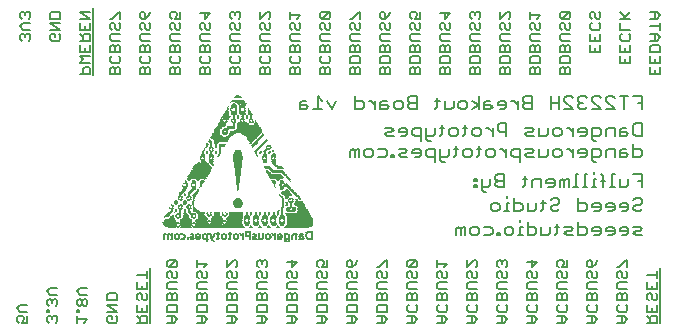
<source format=gbo>
G75*
G70*
%OFA0B0*%
%FSLAX24Y24*%
%IPPOS*%
%LPD*%
%AMOC8*
5,1,8,0,0,1.08239X$1,22.5*
%
%ADD10C,0.0060*%
%ADD11C,0.0050*%
%ADD12R,0.0150X0.0010*%
%ADD13R,0.0070X0.0010*%
%ADD14R,0.0160X0.0010*%
%ADD15R,0.0080X0.0010*%
%ADD16R,0.0170X0.0010*%
%ADD17R,0.0090X0.0010*%
%ADD18R,0.0040X0.0010*%
%ADD19R,0.0100X0.0010*%
%ADD20R,0.0010X0.0010*%
%ADD21R,0.0060X0.0010*%
%ADD22R,0.0130X0.0010*%
%ADD23R,0.0050X0.0010*%
%ADD24R,0.0110X0.0010*%
%ADD25R,0.0140X0.0010*%
%ADD26R,0.0120X0.0010*%
%ADD27R,0.0190X0.0010*%
%ADD28R,0.0180X0.0010*%
%ADD29R,0.0210X0.0010*%
%ADD30R,0.0220X0.0010*%
%ADD31R,0.0200X0.0010*%
%ADD32R,0.0030X0.0010*%
%ADD33R,0.0020X0.0010*%
%ADD34R,0.0310X0.0010*%
%ADD35R,0.0780X0.0010*%
%ADD36R,0.1640X0.0010*%
%ADD37R,0.0380X0.0010*%
%ADD38R,0.0260X0.0010*%
%ADD39R,0.0800X0.0010*%
%ADD40R,0.1610X0.0010*%
%ADD41R,0.0360X0.0010*%
%ADD42R,0.0290X0.0010*%
%ADD43R,0.0820X0.0010*%
%ADD44R,0.1590X0.0010*%
%ADD45R,0.0340X0.0010*%
%ADD46R,0.0840X0.0010*%
%ADD47R,0.1570X0.0010*%
%ADD48R,0.0330X0.0010*%
%ADD49R,0.0320X0.0010*%
%ADD50R,0.1550X0.0010*%
%ADD51R,0.0300X0.0010*%
%ADD52R,0.0850X0.0010*%
%ADD53R,0.1080X0.0010*%
%ADD54R,0.0520X0.0010*%
%ADD55R,0.0450X0.0010*%
%ADD56R,0.0420X0.0010*%
%ADD57R,0.0540X0.0010*%
%ADD58R,0.0410X0.0010*%
%ADD59R,0.0430X0.0010*%
%ADD60R,0.0860X0.0010*%
%ADD61R,0.0530X0.0010*%
%ADD62R,0.0390X0.0010*%
%ADD63R,0.0510X0.0010*%
%ADD64R,0.0400X0.0010*%
%ADD65R,0.0500X0.0010*%
%ADD66R,0.0480X0.0010*%
%ADD67R,0.0370X0.0010*%
%ADD68R,0.0440X0.0010*%
%ADD69R,0.0870X0.0010*%
%ADD70R,0.0350X0.0010*%
%ADD71R,0.0490X0.0010*%
%ADD72R,0.0230X0.0010*%
%ADD73R,0.0270X0.0010*%
%ADD74R,0.0240X0.0010*%
%ADD75R,0.0830X0.0010*%
%ADD76R,0.0280X0.0010*%
%ADD77R,0.0810X0.0010*%
%ADD78R,0.0470X0.0010*%
%ADD79R,0.0250X0.0010*%
%ADD80R,0.0460X0.0010*%
%ADD81R,0.0640X0.0010*%
%ADD82R,0.0630X0.0010*%
%ADD83R,0.0620X0.0010*%
%ADD84R,0.0610X0.0010*%
%ADD85R,0.0590X0.0010*%
%ADD86R,0.0580X0.0010*%
%ADD87R,0.0560X0.0010*%
%ADD88R,0.0550X0.0010*%
%ADD89R,0.0570X0.0010*%
%ADD90R,0.0650X0.0010*%
%ADD91R,0.0680X0.0010*%
%ADD92R,0.0720X0.0010*%
%ADD93R,0.1060X0.0010*%
%ADD94R,0.1070X0.0010*%
%ADD95R,0.1050X0.0010*%
%ADD96R,0.0920X0.0010*%
%ADD97R,0.0890X0.0010*%
%ADD98R,0.0770X0.0010*%
%ADD99R,0.0760X0.0010*%
%ADD100R,0.0750X0.0010*%
%ADD101R,0.0740X0.0010*%
%ADD102R,0.0730X0.0010*%
D10*
X011921Y007181D02*
X011921Y007401D01*
X011995Y007475D01*
X012068Y007401D01*
X012068Y007181D01*
X012215Y007181D02*
X012215Y007475D01*
X012142Y007475D01*
X012068Y007401D01*
X012382Y007401D02*
X012382Y007255D01*
X012455Y007181D01*
X012602Y007181D01*
X012675Y007255D01*
X012675Y007401D01*
X012602Y007475D01*
X012455Y007475D01*
X012382Y007401D01*
X012842Y007475D02*
X013062Y007475D01*
X013136Y007401D01*
X013136Y007255D01*
X013062Y007181D01*
X012842Y007181D01*
X013292Y007181D02*
X013366Y007181D01*
X013366Y007255D01*
X013292Y007255D01*
X013292Y007181D01*
X013533Y007255D02*
X013606Y007328D01*
X013753Y007328D01*
X013826Y007401D01*
X013753Y007475D01*
X013533Y007475D01*
X013533Y007255D02*
X013606Y007181D01*
X013826Y007181D01*
X013993Y007328D02*
X014287Y007328D01*
X014287Y007401D02*
X014213Y007475D01*
X014066Y007475D01*
X013993Y007401D01*
X013993Y007328D01*
X014066Y007181D02*
X014213Y007181D01*
X014287Y007255D01*
X014287Y007401D01*
X014453Y007401D02*
X014453Y007255D01*
X014527Y007181D01*
X014747Y007181D01*
X014914Y007181D02*
X015134Y007181D01*
X015207Y007255D01*
X015207Y007475D01*
X015367Y007475D02*
X015514Y007475D01*
X015441Y007548D02*
X015441Y007255D01*
X015367Y007181D01*
X015681Y007255D02*
X015681Y007401D01*
X015754Y007475D01*
X015901Y007475D01*
X015975Y007401D01*
X015975Y007255D01*
X015901Y007181D01*
X015754Y007181D01*
X015681Y007255D01*
X016135Y007181D02*
X016208Y007255D01*
X016208Y007548D01*
X016281Y007475D02*
X016135Y007475D01*
X016448Y007401D02*
X016448Y007255D01*
X016522Y007181D01*
X016668Y007181D01*
X016742Y007255D01*
X016742Y007401D01*
X016668Y007475D01*
X016522Y007475D01*
X016448Y007401D01*
X016905Y007475D02*
X016979Y007475D01*
X017125Y007328D01*
X017125Y007181D02*
X017125Y007475D01*
X017292Y007401D02*
X017292Y007255D01*
X017366Y007181D01*
X017586Y007181D01*
X017753Y007255D02*
X017826Y007328D01*
X017973Y007328D01*
X018046Y007401D01*
X017973Y007475D01*
X017753Y007475D01*
X017586Y007475D02*
X017366Y007475D01*
X017292Y007401D01*
X017586Y007475D02*
X017586Y007034D01*
X017753Y007255D02*
X017826Y007181D01*
X018046Y007181D01*
X018213Y007181D02*
X018213Y007475D01*
X018506Y007475D02*
X018506Y007255D01*
X018433Y007181D01*
X018213Y007181D01*
X018673Y007255D02*
X018673Y007401D01*
X018747Y007475D01*
X018893Y007475D01*
X018967Y007401D01*
X018967Y007255D01*
X018893Y007181D01*
X018747Y007181D01*
X018673Y007255D01*
X019130Y007475D02*
X019204Y007475D01*
X019350Y007328D01*
X019350Y007181D02*
X019350Y007475D01*
X019517Y007401D02*
X019517Y007328D01*
X019811Y007328D01*
X019811Y007401D02*
X019737Y007475D01*
X019591Y007475D01*
X019517Y007401D01*
X019591Y007181D02*
X019737Y007181D01*
X019811Y007255D01*
X019811Y007401D01*
X019978Y007475D02*
X020198Y007475D01*
X020271Y007401D01*
X020271Y007255D01*
X020198Y007181D01*
X019978Y007181D01*
X019978Y007108D02*
X019978Y007475D01*
X020051Y007734D02*
X019978Y007808D01*
X019978Y008175D01*
X020198Y008175D01*
X020271Y008101D01*
X020271Y007955D01*
X020198Y007881D01*
X019978Y007881D01*
X020051Y007734D02*
X020124Y007734D01*
X019811Y007955D02*
X019811Y008101D01*
X019737Y008175D01*
X019591Y008175D01*
X019517Y008101D01*
X019517Y008028D01*
X019811Y008028D01*
X019811Y007955D02*
X019737Y007881D01*
X019591Y007881D01*
X019350Y007881D02*
X019350Y008175D01*
X019204Y008175D02*
X019350Y008028D01*
X019204Y008175D02*
X019130Y008175D01*
X018967Y008101D02*
X018967Y007955D01*
X018893Y007881D01*
X018747Y007881D01*
X018673Y007955D01*
X018673Y008101D01*
X018747Y008175D01*
X018893Y008175D01*
X018967Y008101D01*
X018506Y008175D02*
X018506Y007955D01*
X018433Y007881D01*
X018213Y007881D01*
X018213Y008175D01*
X018046Y008101D02*
X017973Y008175D01*
X017753Y008175D01*
X017826Y008028D02*
X017973Y008028D01*
X018046Y008101D01*
X018046Y007881D02*
X017826Y007881D01*
X017753Y007955D01*
X017826Y008028D01*
X017125Y008028D02*
X016905Y008028D01*
X016832Y008101D01*
X016832Y008248D01*
X016905Y008322D01*
X017125Y008322D01*
X017125Y007881D01*
X016665Y007881D02*
X016665Y008175D01*
X016665Y008028D02*
X016518Y008175D01*
X016445Y008175D01*
X016281Y008101D02*
X016281Y007955D01*
X016208Y007881D01*
X016061Y007881D01*
X015988Y007955D01*
X015988Y008101D01*
X016061Y008175D01*
X016208Y008175D01*
X016281Y008101D01*
X015821Y008175D02*
X015674Y008175D01*
X015748Y008248D02*
X015748Y007955D01*
X015674Y007881D01*
X015514Y007955D02*
X015441Y007881D01*
X015294Y007881D01*
X015221Y007955D01*
X015221Y008101D01*
X015294Y008175D01*
X015441Y008175D01*
X015514Y008101D01*
X015514Y007955D01*
X015054Y008175D02*
X014907Y008175D01*
X014980Y008248D02*
X014980Y007955D01*
X014907Y007881D01*
X014747Y007955D02*
X014674Y007881D01*
X014453Y007881D01*
X014453Y007808D02*
X014527Y007734D01*
X014600Y007734D01*
X014453Y007808D02*
X014453Y008175D01*
X014287Y008175D02*
X014066Y008175D01*
X013993Y008101D01*
X013993Y007955D01*
X014066Y007881D01*
X014287Y007881D01*
X014287Y007734D02*
X014287Y008175D01*
X014747Y008175D02*
X014747Y007955D01*
X014747Y007475D02*
X014527Y007475D01*
X014453Y007401D01*
X014747Y007475D02*
X014747Y007034D01*
X014914Y007108D02*
X014987Y007034D01*
X015061Y007034D01*
X014914Y007108D02*
X014914Y007475D01*
X013826Y007955D02*
X013826Y008101D01*
X013753Y008175D01*
X013606Y008175D01*
X013533Y008101D01*
X013533Y008028D01*
X013826Y008028D01*
X013826Y007955D02*
X013753Y007881D01*
X013606Y007881D01*
X013366Y007881D02*
X013146Y007881D01*
X013072Y007955D01*
X013146Y008028D01*
X013292Y008028D01*
X013366Y008101D01*
X013292Y008175D01*
X013072Y008175D01*
X013139Y008781D02*
X012919Y008781D01*
X012919Y009001D01*
X012992Y009075D01*
X013139Y009075D01*
X013139Y008928D02*
X012919Y008928D01*
X012752Y008928D02*
X012605Y009075D01*
X012532Y009075D01*
X012368Y009001D02*
X012368Y008855D01*
X012295Y008781D01*
X012075Y008781D01*
X012075Y009222D01*
X012075Y009075D02*
X012295Y009075D01*
X012368Y009001D01*
X012752Y009075D02*
X012752Y008781D01*
X013139Y008781D02*
X013212Y008855D01*
X013139Y008928D01*
X013379Y009001D02*
X013453Y009075D01*
X013599Y009075D01*
X013673Y009001D01*
X013673Y008855D01*
X013599Y008781D01*
X013453Y008781D01*
X013379Y008855D01*
X013379Y009001D01*
X013840Y008928D02*
X013840Y008855D01*
X013913Y008781D01*
X014133Y008781D01*
X014133Y009222D01*
X013913Y009222D01*
X013840Y009148D01*
X013840Y009075D01*
X013913Y009001D01*
X014133Y009001D01*
X013913Y009001D02*
X013840Y008928D01*
X014754Y008781D02*
X014827Y008855D01*
X014827Y009148D01*
X014900Y009075D02*
X014754Y009075D01*
X015067Y009075D02*
X015067Y008781D01*
X015287Y008781D01*
X015361Y008855D01*
X015361Y009075D01*
X015527Y009001D02*
X015527Y008855D01*
X015601Y008781D01*
X015748Y008781D01*
X015821Y008855D01*
X015821Y009001D01*
X015748Y009075D01*
X015601Y009075D01*
X015527Y009001D01*
X015985Y009075D02*
X016205Y008928D01*
X015985Y008781D01*
X016205Y008781D02*
X016205Y009222D01*
X016371Y009001D02*
X016371Y008781D01*
X016592Y008781D01*
X016665Y008855D01*
X016592Y008928D01*
X016371Y008928D01*
X016371Y009001D02*
X016445Y009075D01*
X016592Y009075D01*
X016832Y009001D02*
X016832Y008928D01*
X017125Y008928D01*
X017125Y008855D02*
X017125Y009001D01*
X017052Y009075D01*
X016905Y009075D01*
X016832Y009001D01*
X016905Y008781D02*
X017052Y008781D01*
X017125Y008855D01*
X017289Y009075D02*
X017362Y009075D01*
X017509Y008928D01*
X017509Y008781D02*
X017509Y009075D01*
X017676Y009075D02*
X017676Y009148D01*
X017749Y009222D01*
X017969Y009222D01*
X017969Y008781D01*
X017749Y008781D01*
X017676Y008855D01*
X017676Y008928D01*
X017749Y009001D01*
X017969Y009001D01*
X017749Y009001D02*
X017676Y009075D01*
X018596Y009001D02*
X018890Y009001D01*
X019057Y009075D02*
X019057Y009148D01*
X019130Y009222D01*
X019277Y009222D01*
X019350Y009148D01*
X019517Y009148D02*
X019517Y009075D01*
X019591Y009001D01*
X019517Y008928D01*
X019517Y008855D01*
X019591Y008781D01*
X019737Y008781D01*
X019811Y008855D01*
X019978Y008781D02*
X020271Y008781D01*
X019978Y009075D01*
X019978Y009148D01*
X020051Y009222D01*
X020198Y009222D01*
X020271Y009148D01*
X020438Y009148D02*
X020438Y009075D01*
X020731Y008781D01*
X020438Y008781D01*
X021045Y008781D02*
X021045Y009222D01*
X021192Y009222D02*
X020898Y009222D01*
X020731Y009148D02*
X020658Y009222D01*
X020511Y009222D01*
X020438Y009148D01*
X019811Y009148D02*
X019737Y009222D01*
X019591Y009222D01*
X019517Y009148D01*
X019591Y009001D02*
X019664Y009001D01*
X019350Y008781D02*
X019057Y008781D01*
X018890Y008781D02*
X018890Y009222D01*
X019057Y009075D02*
X019350Y008781D01*
X018596Y008781D02*
X018596Y009222D01*
X020438Y008101D02*
X020438Y007881D01*
X020438Y008101D02*
X020511Y008175D01*
X020731Y008175D01*
X020731Y007881D01*
X020898Y007881D02*
X020898Y008101D01*
X020972Y008175D01*
X021118Y008175D01*
X021118Y008028D02*
X020898Y008028D01*
X020898Y007881D02*
X021118Y007881D01*
X021192Y007955D01*
X021118Y008028D01*
X021359Y007955D02*
X021359Y008248D01*
X021432Y008322D01*
X021652Y008322D01*
X021652Y007881D01*
X021432Y007881D01*
X021359Y007955D01*
X021359Y007622D02*
X021359Y007181D01*
X021579Y007181D01*
X021652Y007255D01*
X021652Y007401D01*
X021579Y007475D01*
X021359Y007475D01*
X021118Y007475D02*
X020972Y007475D01*
X020898Y007401D01*
X020898Y007181D01*
X021118Y007181D01*
X021192Y007255D01*
X021118Y007328D01*
X020898Y007328D01*
X020731Y007181D02*
X020731Y007475D01*
X020511Y007475D01*
X020438Y007401D01*
X020438Y007181D01*
X020124Y007034D02*
X020051Y007034D01*
X019978Y007108D01*
X020044Y006695D02*
X020044Y006622D01*
X020044Y006475D02*
X020044Y006181D01*
X019971Y006181D02*
X020118Y006181D01*
X020351Y006181D02*
X020351Y006548D01*
X020278Y006622D01*
X020118Y006475D02*
X020044Y006475D01*
X020278Y006401D02*
X020425Y006401D01*
X020658Y006181D02*
X020658Y006622D01*
X020731Y006622D01*
X020898Y006475D02*
X020898Y006181D01*
X021118Y006181D01*
X021192Y006255D01*
X021192Y006475D01*
X021359Y006622D02*
X021652Y006622D01*
X021652Y006181D01*
X021652Y006401D02*
X021505Y006401D01*
X020731Y006181D02*
X020585Y006181D01*
X020658Y005675D02*
X020511Y005675D01*
X020438Y005601D01*
X020438Y005528D01*
X020731Y005528D01*
X020731Y005601D02*
X020658Y005675D01*
X020731Y005601D02*
X020731Y005455D01*
X020658Y005381D01*
X020511Y005381D01*
X020271Y005455D02*
X020271Y005601D01*
X020198Y005675D01*
X020051Y005675D01*
X019978Y005601D01*
X019978Y005528D01*
X020271Y005528D01*
X020271Y005455D02*
X020198Y005381D01*
X020051Y005381D01*
X019811Y005455D02*
X019811Y005601D01*
X019737Y005675D01*
X019517Y005675D01*
X019517Y005822D02*
X019517Y005381D01*
X019737Y005381D01*
X019811Y005455D01*
X019517Y005022D02*
X019517Y004581D01*
X019737Y004581D01*
X019811Y004655D01*
X019811Y004801D01*
X019737Y004875D01*
X019517Y004875D01*
X019350Y004801D02*
X019277Y004875D01*
X019057Y004875D01*
X019130Y004728D02*
X019277Y004728D01*
X019350Y004801D01*
X019350Y004581D02*
X019130Y004581D01*
X019057Y004655D01*
X019130Y004728D01*
X018890Y004875D02*
X018743Y004875D01*
X018817Y004948D02*
X018817Y004655D01*
X018743Y004581D01*
X018583Y004655D02*
X018510Y004581D01*
X018290Y004581D01*
X018290Y004875D01*
X018123Y004801D02*
X018049Y004875D01*
X017829Y004875D01*
X017829Y005022D02*
X017829Y004581D01*
X018049Y004581D01*
X018123Y004655D01*
X018123Y004801D01*
X018583Y004875D02*
X018583Y004655D01*
X017662Y004581D02*
X017516Y004581D01*
X017589Y004581D02*
X017589Y004875D01*
X017662Y004875D01*
X017589Y005022D02*
X017589Y005095D01*
X017589Y005381D02*
X017369Y005381D01*
X017369Y005822D01*
X017369Y005675D02*
X017589Y005675D01*
X017662Y005601D01*
X017662Y005455D01*
X017589Y005381D01*
X017829Y005381D02*
X017829Y005675D01*
X018123Y005675D02*
X018123Y005455D01*
X018049Y005381D01*
X017829Y005381D01*
X018283Y005381D02*
X018356Y005455D01*
X018356Y005748D01*
X018430Y005675D02*
X018283Y005675D01*
X018596Y005748D02*
X018670Y005822D01*
X018817Y005822D01*
X018890Y005748D01*
X018890Y005675D01*
X018817Y005601D01*
X018670Y005601D01*
X018596Y005528D01*
X018596Y005455D01*
X018670Y005381D01*
X018817Y005381D01*
X018890Y005455D01*
X018903Y006181D02*
X018903Y006401D01*
X018977Y006475D01*
X019050Y006401D01*
X019050Y006181D01*
X019197Y006181D02*
X019197Y006475D01*
X019124Y006475D01*
X019050Y006401D01*
X019431Y006181D02*
X019431Y006622D01*
X019504Y006622D01*
X019737Y006622D02*
X019737Y006181D01*
X019664Y006181D02*
X019811Y006181D01*
X019504Y006181D02*
X019357Y006181D01*
X019737Y006622D02*
X019811Y006622D01*
X018737Y006401D02*
X018737Y006255D01*
X018663Y006181D01*
X018517Y006181D01*
X018443Y006328D02*
X018737Y006328D01*
X018737Y006401D02*
X018663Y006475D01*
X018517Y006475D01*
X018443Y006401D01*
X018443Y006328D01*
X018276Y006181D02*
X018276Y006475D01*
X018056Y006475D01*
X017983Y006401D01*
X017983Y006181D01*
X017743Y006255D02*
X017669Y006181D01*
X017743Y006255D02*
X017743Y006548D01*
X017816Y006475D02*
X017669Y006475D01*
X017049Y006401D02*
X016829Y006401D01*
X016755Y006328D01*
X016755Y006255D01*
X016829Y006181D01*
X017049Y006181D01*
X017049Y006622D01*
X016829Y006622D01*
X016755Y006548D01*
X016755Y006475D01*
X016829Y006401D01*
X016588Y006475D02*
X016588Y006255D01*
X016515Y006181D01*
X016295Y006181D01*
X016295Y006108D02*
X016368Y006034D01*
X016442Y006034D01*
X016295Y006108D02*
X016295Y006475D01*
X016128Y006475D02*
X016128Y006401D01*
X016055Y006401D01*
X016055Y006475D01*
X016128Y006475D01*
X016128Y006255D02*
X016128Y006181D01*
X016055Y006181D01*
X016055Y006255D01*
X016128Y006255D01*
X016675Y005675D02*
X016822Y005675D01*
X016895Y005601D01*
X016895Y005455D01*
X016822Y005381D01*
X016675Y005381D01*
X016602Y005455D01*
X016602Y005601D01*
X016675Y005675D01*
X017129Y005675D02*
X017129Y005381D01*
X017202Y005381D02*
X017055Y005381D01*
X017129Y005675D02*
X017202Y005675D01*
X017129Y005822D02*
X017129Y005895D01*
X017135Y004875D02*
X017282Y004875D01*
X017356Y004801D01*
X017356Y004655D01*
X017282Y004581D01*
X017135Y004581D01*
X017062Y004655D01*
X017062Y004801D01*
X017135Y004875D01*
X016895Y004655D02*
X016822Y004655D01*
X016822Y004581D01*
X016895Y004581D01*
X016895Y004655D01*
X016665Y004655D02*
X016665Y004801D01*
X016592Y004875D01*
X016371Y004875D01*
X016205Y004801D02*
X016205Y004655D01*
X016131Y004581D01*
X015985Y004581D01*
X015911Y004655D01*
X015911Y004801D01*
X015985Y004875D01*
X016131Y004875D01*
X016205Y004801D01*
X016371Y004581D02*
X016592Y004581D01*
X016665Y004655D01*
X015744Y004581D02*
X015744Y004875D01*
X015671Y004875D01*
X015598Y004801D01*
X015524Y004875D01*
X015451Y004801D01*
X015451Y004581D01*
X015598Y004581D02*
X015598Y004801D01*
X019978Y004801D02*
X019978Y004728D01*
X020271Y004728D01*
X020271Y004801D02*
X020198Y004875D01*
X020051Y004875D01*
X019978Y004801D01*
X020051Y004581D02*
X020198Y004581D01*
X020271Y004655D01*
X020271Y004801D01*
X020438Y004801D02*
X020511Y004875D01*
X020658Y004875D01*
X020731Y004801D01*
X020731Y004655D01*
X020658Y004581D01*
X020511Y004581D01*
X020438Y004728D02*
X020731Y004728D01*
X020898Y004728D02*
X021192Y004728D01*
X021192Y004801D02*
X021118Y004875D01*
X020972Y004875D01*
X020898Y004801D01*
X020898Y004728D01*
X020972Y004581D02*
X021118Y004581D01*
X021192Y004655D01*
X021192Y004801D01*
X021359Y004875D02*
X021579Y004875D01*
X021652Y004801D01*
X021579Y004728D01*
X021432Y004728D01*
X021359Y004655D01*
X021432Y004581D01*
X021652Y004581D01*
X021579Y005381D02*
X021432Y005381D01*
X021359Y005455D01*
X021359Y005528D01*
X021432Y005601D01*
X021579Y005601D01*
X021652Y005675D01*
X021652Y005748D01*
X021579Y005822D01*
X021432Y005822D01*
X021359Y005748D01*
X021192Y005601D02*
X021118Y005675D01*
X020972Y005675D01*
X020898Y005601D01*
X020898Y005528D01*
X021192Y005528D01*
X021192Y005455D02*
X021192Y005601D01*
X021192Y005455D02*
X021118Y005381D01*
X020972Y005381D01*
X021579Y005381D02*
X021652Y005455D01*
X020438Y004801D02*
X020438Y004728D01*
X021652Y008781D02*
X021652Y009222D01*
X021359Y009222D01*
X021505Y009001D02*
X021652Y009001D01*
X011448Y009075D02*
X011301Y008781D01*
X011154Y009075D01*
X010987Y009075D02*
X010841Y009222D01*
X010841Y008781D01*
X010987Y008781D02*
X010694Y008781D01*
X010527Y008855D02*
X010454Y008928D01*
X010233Y008928D01*
X010233Y009001D02*
X010233Y008781D01*
X010454Y008781D01*
X010527Y008855D01*
X010454Y009075D02*
X010307Y009075D01*
X010233Y009001D01*
D11*
X000866Y001676D02*
X000807Y001735D01*
X000807Y001851D01*
X000866Y001910D01*
X000982Y001910D01*
X001041Y001851D01*
X001041Y001793D01*
X000982Y001676D01*
X001157Y001676D01*
X001157Y001910D01*
X001157Y002044D02*
X000924Y002044D01*
X000807Y002161D01*
X000924Y002278D01*
X001157Y002278D01*
X001807Y002287D02*
X001866Y002229D01*
X001807Y002287D02*
X001807Y002404D01*
X001866Y002462D01*
X001924Y002462D01*
X001982Y002404D01*
X001982Y002345D01*
X001982Y002404D02*
X002041Y002462D01*
X002099Y002462D01*
X002157Y002404D01*
X002157Y002287D01*
X002099Y002229D01*
X001866Y002103D02*
X001807Y002103D01*
X001807Y002044D01*
X001866Y002044D01*
X001866Y002103D01*
X001866Y001910D02*
X001807Y001851D01*
X001807Y001735D01*
X001866Y001676D01*
X001982Y001793D02*
X001982Y001851D01*
X001924Y001910D01*
X001866Y001910D01*
X001982Y001851D02*
X002041Y001910D01*
X002099Y001910D01*
X002157Y001851D01*
X002157Y001735D01*
X002099Y001676D01*
X002807Y001676D02*
X002807Y001910D01*
X002807Y001793D02*
X003157Y001793D01*
X003041Y001676D01*
X002866Y002044D02*
X002866Y002103D01*
X002807Y002103D01*
X002807Y002044D01*
X002866Y002044D01*
X002866Y002229D02*
X002924Y002229D01*
X002982Y002287D01*
X002982Y002404D01*
X002924Y002462D01*
X002866Y002462D01*
X002807Y002404D01*
X002807Y002287D01*
X002866Y002229D01*
X002982Y002287D02*
X003041Y002229D01*
X003099Y002229D01*
X003157Y002287D01*
X003157Y002404D01*
X003099Y002462D01*
X003041Y002462D01*
X002982Y002404D01*
X002924Y002597D02*
X002807Y002714D01*
X002924Y002830D01*
X003157Y002830D01*
X003157Y002597D02*
X002924Y002597D01*
X002157Y002597D02*
X001924Y002597D01*
X001807Y002714D01*
X001924Y002830D01*
X002157Y002830D01*
X003807Y002588D02*
X003807Y002413D01*
X004157Y002413D01*
X004157Y002588D01*
X004099Y002646D01*
X003866Y002646D01*
X003807Y002588D01*
X003807Y002278D02*
X004157Y002278D01*
X004157Y002044D02*
X003807Y002278D01*
X003807Y002044D02*
X004157Y002044D01*
X004099Y001910D02*
X004157Y001851D01*
X004157Y001735D01*
X004099Y001676D01*
X003866Y001676D01*
X003807Y001735D01*
X003807Y001851D01*
X003866Y001910D01*
X003982Y001910D01*
X003982Y001793D01*
X004807Y001676D02*
X005157Y001676D01*
X005157Y001851D01*
X005099Y001910D01*
X004982Y001910D01*
X004924Y001851D01*
X004924Y001676D01*
X004924Y001793D02*
X004807Y001910D01*
X004807Y002044D02*
X004807Y002278D01*
X004866Y002413D02*
X004807Y002471D01*
X004807Y002588D01*
X004866Y002646D01*
X004924Y002646D01*
X004982Y002588D01*
X004982Y002471D01*
X005041Y002413D01*
X005099Y002413D01*
X005157Y002471D01*
X005157Y002588D01*
X005099Y002646D01*
X005157Y002781D02*
X004807Y002781D01*
X004807Y003015D01*
X004982Y002898D02*
X004982Y002781D01*
X005157Y002781D02*
X005157Y003015D01*
X005157Y003149D02*
X005157Y003383D01*
X005157Y003266D02*
X004807Y003266D01*
X005257Y003493D02*
X005257Y001651D01*
X005157Y002044D02*
X004807Y002044D01*
X004982Y002044D02*
X004982Y002161D01*
X005157Y002278D02*
X005157Y002044D01*
X005807Y002044D02*
X005807Y002220D01*
X005866Y002278D01*
X006099Y002278D01*
X006157Y002220D01*
X006157Y002044D01*
X005807Y002044D01*
X005807Y001910D02*
X006041Y001910D01*
X006157Y001793D01*
X006041Y001676D01*
X005807Y001676D01*
X005982Y001676D02*
X005982Y001910D01*
X005982Y002413D02*
X005982Y002588D01*
X005924Y002646D01*
X005866Y002646D01*
X005807Y002588D01*
X005807Y002413D01*
X006157Y002413D01*
X006157Y002588D01*
X006099Y002646D01*
X006041Y002646D01*
X005982Y002588D01*
X005866Y002781D02*
X005807Y002839D01*
X005807Y002956D01*
X005866Y003015D01*
X006157Y003015D01*
X006099Y003149D02*
X006041Y003149D01*
X005982Y003208D01*
X005982Y003325D01*
X005924Y003383D01*
X005866Y003383D01*
X005807Y003325D01*
X005807Y003208D01*
X005866Y003149D01*
X006099Y003149D02*
X006157Y003208D01*
X006157Y003325D01*
X006099Y003383D01*
X006099Y003518D02*
X005866Y003518D01*
X006099Y003751D01*
X005866Y003751D01*
X005807Y003693D01*
X005807Y003576D01*
X005866Y003518D01*
X006099Y003518D02*
X006157Y003576D01*
X006157Y003693D01*
X006099Y003751D01*
X006807Y003751D02*
X006807Y003518D01*
X006807Y003634D02*
X007157Y003634D01*
X007041Y003518D01*
X007099Y003383D02*
X007157Y003325D01*
X007157Y003208D01*
X007099Y003149D01*
X007041Y003149D01*
X006982Y003208D01*
X006982Y003325D01*
X006924Y003383D01*
X006866Y003383D01*
X006807Y003325D01*
X006807Y003208D01*
X006866Y003149D01*
X006866Y003015D02*
X007157Y003015D01*
X007157Y002781D02*
X006866Y002781D01*
X006807Y002839D01*
X006807Y002956D01*
X006866Y003015D01*
X006866Y002646D02*
X006807Y002588D01*
X006807Y002413D01*
X007157Y002413D01*
X007157Y002588D01*
X007099Y002646D01*
X007041Y002646D01*
X006982Y002588D01*
X006982Y002413D01*
X006982Y002588D02*
X006924Y002646D01*
X006866Y002646D01*
X006866Y002278D02*
X007099Y002278D01*
X007157Y002220D01*
X007157Y002044D01*
X006807Y002044D01*
X006807Y002220D01*
X006866Y002278D01*
X006807Y001910D02*
X007041Y001910D01*
X007157Y001793D01*
X007041Y001676D01*
X006807Y001676D01*
X006982Y001676D02*
X006982Y001910D01*
X007807Y001910D02*
X008041Y001910D01*
X008157Y001793D01*
X008041Y001676D01*
X007807Y001676D01*
X007982Y001676D02*
X007982Y001910D01*
X007807Y002044D02*
X007807Y002220D01*
X007866Y002278D01*
X008099Y002278D01*
X008157Y002220D01*
X008157Y002044D01*
X007807Y002044D01*
X007807Y002413D02*
X007807Y002588D01*
X007866Y002646D01*
X007924Y002646D01*
X007982Y002588D01*
X007982Y002413D01*
X007807Y002413D02*
X008157Y002413D01*
X008157Y002588D01*
X008099Y002646D01*
X008041Y002646D01*
X007982Y002588D01*
X007866Y002781D02*
X007807Y002839D01*
X007807Y002956D01*
X007866Y003015D01*
X008157Y003015D01*
X008099Y003149D02*
X008041Y003149D01*
X007982Y003208D01*
X007982Y003325D01*
X007924Y003383D01*
X007866Y003383D01*
X007807Y003325D01*
X007807Y003208D01*
X007866Y003149D01*
X008099Y003149D02*
X008157Y003208D01*
X008157Y003325D01*
X008099Y003383D01*
X008099Y003518D02*
X008157Y003576D01*
X008157Y003693D01*
X008099Y003751D01*
X008041Y003751D01*
X007807Y003518D01*
X007807Y003751D01*
X008807Y003693D02*
X008807Y003576D01*
X008866Y003518D01*
X008866Y003383D02*
X008807Y003325D01*
X008807Y003208D01*
X008866Y003149D01*
X008982Y003208D02*
X008982Y003325D01*
X008924Y003383D01*
X008866Y003383D01*
X008982Y003208D02*
X009041Y003149D01*
X009099Y003149D01*
X009157Y003208D01*
X009157Y003325D01*
X009099Y003383D01*
X009099Y003518D02*
X009157Y003576D01*
X009157Y003693D01*
X009099Y003751D01*
X009041Y003751D01*
X008982Y003693D01*
X008924Y003751D01*
X008866Y003751D01*
X008807Y003693D01*
X008982Y003693D02*
X008982Y003634D01*
X009807Y003693D02*
X010157Y003693D01*
X009982Y003518D01*
X009982Y003751D01*
X009924Y003383D02*
X009866Y003383D01*
X009807Y003325D01*
X009807Y003208D01*
X009866Y003149D01*
X009982Y003208D02*
X009982Y003325D01*
X009924Y003383D01*
X010099Y003383D02*
X010157Y003325D01*
X010157Y003208D01*
X010099Y003149D01*
X010041Y003149D01*
X009982Y003208D01*
X009866Y003015D02*
X010157Y003015D01*
X010157Y002781D02*
X009866Y002781D01*
X009807Y002839D01*
X009807Y002956D01*
X009866Y003015D01*
X009866Y002646D02*
X009807Y002588D01*
X009807Y002413D01*
X010157Y002413D01*
X010157Y002588D01*
X010099Y002646D01*
X010041Y002646D01*
X009982Y002588D01*
X009982Y002413D01*
X009982Y002588D02*
X009924Y002646D01*
X009866Y002646D01*
X009866Y002278D02*
X010099Y002278D01*
X010157Y002220D01*
X010157Y002044D01*
X009807Y002044D01*
X009807Y002220D01*
X009866Y002278D01*
X009807Y001910D02*
X010041Y001910D01*
X010157Y001793D01*
X010041Y001676D01*
X009807Y001676D01*
X009982Y001676D02*
X009982Y001910D01*
X010807Y001910D02*
X011041Y001910D01*
X011157Y001793D01*
X011041Y001676D01*
X010807Y001676D01*
X010982Y001676D02*
X010982Y001910D01*
X010807Y002044D02*
X010807Y002220D01*
X010866Y002278D01*
X011099Y002278D01*
X011157Y002220D01*
X011157Y002044D01*
X010807Y002044D01*
X010807Y002413D02*
X010807Y002588D01*
X010866Y002646D01*
X010924Y002646D01*
X010982Y002588D01*
X010982Y002413D01*
X010807Y002413D02*
X011157Y002413D01*
X011157Y002588D01*
X011099Y002646D01*
X011041Y002646D01*
X010982Y002588D01*
X010866Y002781D02*
X010807Y002839D01*
X010807Y002956D01*
X010866Y003015D01*
X011157Y003015D01*
X011099Y003149D02*
X011041Y003149D01*
X010982Y003208D01*
X010982Y003325D01*
X010924Y003383D01*
X010866Y003383D01*
X010807Y003325D01*
X010807Y003208D01*
X010866Y003149D01*
X011099Y003149D02*
X011157Y003208D01*
X011157Y003325D01*
X011099Y003383D01*
X011157Y003518D02*
X010982Y003518D01*
X011041Y003634D01*
X011041Y003693D01*
X010982Y003751D01*
X010866Y003751D01*
X010807Y003693D01*
X010807Y003576D01*
X010866Y003518D01*
X011157Y003518D02*
X011157Y003751D01*
X011807Y003693D02*
X011807Y003576D01*
X011866Y003518D01*
X011982Y003518D01*
X011982Y003693D01*
X011924Y003751D01*
X011866Y003751D01*
X011807Y003693D01*
X011982Y003518D02*
X012099Y003634D01*
X012157Y003751D01*
X012099Y003383D02*
X012157Y003325D01*
X012157Y003208D01*
X012099Y003149D01*
X012041Y003149D01*
X011982Y003208D01*
X011982Y003325D01*
X011924Y003383D01*
X011866Y003383D01*
X011807Y003325D01*
X011807Y003208D01*
X011866Y003149D01*
X011866Y003015D02*
X012157Y003015D01*
X012157Y002781D02*
X011866Y002781D01*
X011807Y002839D01*
X011807Y002956D01*
X011866Y003015D01*
X011866Y002646D02*
X011807Y002588D01*
X011807Y002413D01*
X012157Y002413D01*
X012157Y002588D01*
X012099Y002646D01*
X012041Y002646D01*
X011982Y002588D01*
X011982Y002413D01*
X011982Y002588D02*
X011924Y002646D01*
X011866Y002646D01*
X011866Y002278D02*
X012099Y002278D01*
X012157Y002220D01*
X012157Y002044D01*
X011807Y002044D01*
X011807Y002220D01*
X011866Y002278D01*
X011807Y001910D02*
X012041Y001910D01*
X012157Y001793D01*
X012041Y001676D01*
X011807Y001676D01*
X011982Y001676D02*
X011982Y001910D01*
X012807Y001910D02*
X013041Y001910D01*
X013157Y001793D01*
X013041Y001676D01*
X012807Y001676D01*
X012982Y001676D02*
X012982Y001910D01*
X012807Y002044D02*
X012807Y002220D01*
X012866Y002278D01*
X013099Y002278D01*
X013157Y002220D01*
X013157Y002044D01*
X012807Y002044D01*
X012807Y002413D02*
X012807Y002588D01*
X012866Y002646D01*
X012924Y002646D01*
X012982Y002588D01*
X012982Y002413D01*
X012807Y002413D02*
X013157Y002413D01*
X013157Y002588D01*
X013099Y002646D01*
X013041Y002646D01*
X012982Y002588D01*
X012866Y002781D02*
X012807Y002839D01*
X012807Y002956D01*
X012866Y003015D01*
X013157Y003015D01*
X013099Y003149D02*
X013041Y003149D01*
X012982Y003208D01*
X012982Y003325D01*
X012924Y003383D01*
X012866Y003383D01*
X012807Y003325D01*
X012807Y003208D01*
X012866Y003149D01*
X013099Y003149D02*
X013157Y003208D01*
X013157Y003325D01*
X013099Y003383D01*
X013157Y003518D02*
X013157Y003751D01*
X013099Y003751D01*
X012866Y003518D01*
X012807Y003518D01*
X013807Y003576D02*
X013866Y003518D01*
X014099Y003751D01*
X013866Y003751D01*
X013807Y003693D01*
X013807Y003576D01*
X013866Y003518D02*
X014099Y003518D01*
X014157Y003576D01*
X014157Y003693D01*
X014099Y003751D01*
X014099Y003383D02*
X014157Y003325D01*
X014157Y003208D01*
X014099Y003149D01*
X014041Y003149D01*
X013982Y003208D01*
X013982Y003325D01*
X013924Y003383D01*
X013866Y003383D01*
X013807Y003325D01*
X013807Y003208D01*
X013866Y003149D01*
X013866Y003015D02*
X014157Y003015D01*
X014157Y002781D02*
X013866Y002781D01*
X013807Y002839D01*
X013807Y002956D01*
X013866Y003015D01*
X013866Y002646D02*
X013807Y002588D01*
X013807Y002413D01*
X014157Y002413D01*
X014157Y002588D01*
X014099Y002646D01*
X014041Y002646D01*
X013982Y002588D01*
X013982Y002413D01*
X013982Y002588D02*
X013924Y002646D01*
X013866Y002646D01*
X013866Y002278D02*
X013807Y002220D01*
X013807Y002103D01*
X013866Y002044D01*
X014099Y002044D01*
X014157Y002103D01*
X014157Y002220D01*
X014099Y002278D01*
X014041Y001910D02*
X013807Y001910D01*
X013982Y001910D02*
X013982Y001676D01*
X014041Y001676D02*
X014157Y001793D01*
X014041Y001910D01*
X014041Y001676D02*
X013807Y001676D01*
X014807Y001676D02*
X015041Y001676D01*
X015157Y001793D01*
X015041Y001910D01*
X014807Y001910D01*
X014866Y002044D02*
X014807Y002103D01*
X014807Y002220D01*
X014866Y002278D01*
X014807Y002413D02*
X014807Y002588D01*
X014866Y002646D01*
X014924Y002646D01*
X014982Y002588D01*
X014982Y002413D01*
X014807Y002413D02*
X015157Y002413D01*
X015157Y002588D01*
X015099Y002646D01*
X015041Y002646D01*
X014982Y002588D01*
X014866Y002781D02*
X014807Y002839D01*
X014807Y002956D01*
X014866Y003015D01*
X015157Y003015D01*
X015099Y003149D02*
X015041Y003149D01*
X014982Y003208D01*
X014982Y003325D01*
X014924Y003383D01*
X014866Y003383D01*
X014807Y003325D01*
X014807Y003208D01*
X014866Y003149D01*
X015099Y003149D02*
X015157Y003208D01*
X015157Y003325D01*
X015099Y003383D01*
X015041Y003518D02*
X015157Y003634D01*
X014807Y003634D01*
X014807Y003518D02*
X014807Y003751D01*
X015807Y003751D02*
X015807Y003518D01*
X016041Y003751D01*
X016099Y003751D01*
X016157Y003693D01*
X016157Y003576D01*
X016099Y003518D01*
X016099Y003383D02*
X016157Y003325D01*
X016157Y003208D01*
X016099Y003149D01*
X016041Y003149D01*
X015982Y003208D01*
X015982Y003325D01*
X015924Y003383D01*
X015866Y003383D01*
X015807Y003325D01*
X015807Y003208D01*
X015866Y003149D01*
X015866Y003015D02*
X016157Y003015D01*
X016157Y002781D02*
X015866Y002781D01*
X015807Y002839D01*
X015807Y002956D01*
X015866Y003015D01*
X015866Y002646D02*
X015807Y002588D01*
X015807Y002413D01*
X016157Y002413D01*
X016157Y002588D01*
X016099Y002646D01*
X016041Y002646D01*
X015982Y002588D01*
X015982Y002413D01*
X015982Y002588D02*
X015924Y002646D01*
X015866Y002646D01*
X015866Y002278D02*
X015807Y002220D01*
X015807Y002103D01*
X015866Y002044D01*
X016099Y002044D01*
X016157Y002103D01*
X016157Y002220D01*
X016099Y002278D01*
X016041Y001910D02*
X015807Y001910D01*
X015982Y001910D02*
X015982Y001676D01*
X016041Y001676D02*
X016157Y001793D01*
X016041Y001910D01*
X016041Y001676D02*
X015807Y001676D01*
X015157Y002103D02*
X015099Y002044D01*
X014866Y002044D01*
X014982Y001910D02*
X014982Y001676D01*
X015157Y002103D02*
X015157Y002220D01*
X015099Y002278D01*
X015157Y002781D02*
X014866Y002781D01*
X013157Y002781D02*
X012866Y002781D01*
X011157Y002781D02*
X010866Y002781D01*
X009157Y002781D02*
X008866Y002781D01*
X008807Y002839D01*
X008807Y002956D01*
X008866Y003015D01*
X009157Y003015D01*
X009099Y002646D02*
X009041Y002646D01*
X008982Y002588D01*
X008982Y002413D01*
X008807Y002413D02*
X008807Y002588D01*
X008866Y002646D01*
X008924Y002646D01*
X008982Y002588D01*
X009099Y002646D02*
X009157Y002588D01*
X009157Y002413D01*
X008807Y002413D01*
X008866Y002278D02*
X009099Y002278D01*
X009157Y002220D01*
X009157Y002044D01*
X008807Y002044D01*
X008807Y002220D01*
X008866Y002278D01*
X008807Y001910D02*
X009041Y001910D01*
X009157Y001793D01*
X009041Y001676D01*
X008807Y001676D01*
X008982Y001676D02*
X008982Y001910D01*
X008157Y002781D02*
X007866Y002781D01*
X006157Y002781D02*
X005866Y002781D01*
X016807Y002839D02*
X016807Y002956D01*
X016866Y003015D01*
X017157Y003015D01*
X017099Y003149D02*
X017041Y003149D01*
X016982Y003208D01*
X016982Y003325D01*
X016924Y003383D01*
X016866Y003383D01*
X016807Y003325D01*
X016807Y003208D01*
X016866Y003149D01*
X017099Y003149D02*
X017157Y003208D01*
X017157Y003325D01*
X017099Y003383D01*
X017099Y003518D02*
X017157Y003576D01*
X017157Y003693D01*
X017099Y003751D01*
X017041Y003751D01*
X016982Y003693D01*
X016924Y003751D01*
X016866Y003751D01*
X016807Y003693D01*
X016807Y003576D01*
X016866Y003518D01*
X016982Y003634D02*
X016982Y003693D01*
X017807Y003693D02*
X018157Y003693D01*
X017982Y003518D01*
X017982Y003751D01*
X017924Y003383D02*
X017866Y003383D01*
X017807Y003325D01*
X017807Y003208D01*
X017866Y003149D01*
X017982Y003208D02*
X018041Y003149D01*
X018099Y003149D01*
X018157Y003208D01*
X018157Y003325D01*
X018099Y003383D01*
X017982Y003325D02*
X017982Y003208D01*
X017982Y003325D02*
X017924Y003383D01*
X017866Y003015D02*
X017807Y002956D01*
X017807Y002839D01*
X017866Y002781D01*
X018157Y002781D01*
X018099Y002646D02*
X018041Y002646D01*
X017982Y002588D01*
X017982Y002413D01*
X017807Y002413D02*
X017807Y002588D01*
X017866Y002646D01*
X017924Y002646D01*
X017982Y002588D01*
X018099Y002646D02*
X018157Y002588D01*
X018157Y002413D01*
X017807Y002413D01*
X017866Y002278D02*
X017807Y002220D01*
X017807Y002103D01*
X017866Y002044D01*
X018099Y002044D01*
X018157Y002103D01*
X018157Y002220D01*
X018099Y002278D01*
X018041Y001910D02*
X017807Y001910D01*
X017982Y001910D02*
X017982Y001676D01*
X018041Y001676D02*
X018157Y001793D01*
X018041Y001910D01*
X018041Y001676D02*
X017807Y001676D01*
X017157Y001793D02*
X017041Y001910D01*
X016807Y001910D01*
X016866Y002044D02*
X016807Y002103D01*
X016807Y002220D01*
X016866Y002278D01*
X016807Y002413D02*
X016807Y002588D01*
X016866Y002646D01*
X016924Y002646D01*
X016982Y002588D01*
X016982Y002413D01*
X016807Y002413D02*
X017157Y002413D01*
X017157Y002588D01*
X017099Y002646D01*
X017041Y002646D01*
X016982Y002588D01*
X016866Y002781D02*
X016807Y002839D01*
X016866Y002781D02*
X017157Y002781D01*
X017866Y003015D02*
X018157Y003015D01*
X018807Y002956D02*
X018807Y002839D01*
X018866Y002781D01*
X019157Y002781D01*
X019099Y002646D02*
X019041Y002646D01*
X018982Y002588D01*
X018982Y002413D01*
X018807Y002413D02*
X019157Y002413D01*
X019157Y002588D01*
X019099Y002646D01*
X018982Y002588D02*
X018924Y002646D01*
X018866Y002646D01*
X018807Y002588D01*
X018807Y002413D01*
X018866Y002278D02*
X018807Y002220D01*
X018807Y002103D01*
X018866Y002044D01*
X019099Y002044D01*
X019157Y002103D01*
X019157Y002220D01*
X019099Y002278D01*
X019041Y001910D02*
X018807Y001910D01*
X018982Y001910D02*
X018982Y001676D01*
X019041Y001676D02*
X019157Y001793D01*
X019041Y001910D01*
X019041Y001676D02*
X018807Y001676D01*
X019807Y001676D02*
X020041Y001676D01*
X020157Y001793D01*
X020041Y001910D01*
X019807Y001910D01*
X019866Y002044D02*
X019807Y002103D01*
X019807Y002220D01*
X019866Y002278D01*
X019807Y002413D02*
X019807Y002588D01*
X019866Y002646D01*
X019924Y002646D01*
X019982Y002588D01*
X019982Y002413D01*
X019807Y002413D02*
X020157Y002413D01*
X020157Y002588D01*
X020099Y002646D01*
X020041Y002646D01*
X019982Y002588D01*
X019866Y002781D02*
X019807Y002839D01*
X019807Y002956D01*
X019866Y003015D01*
X020157Y003015D01*
X020099Y003149D02*
X020041Y003149D01*
X019982Y003208D01*
X019982Y003325D01*
X019924Y003383D01*
X019866Y003383D01*
X019807Y003325D01*
X019807Y003208D01*
X019866Y003149D01*
X020099Y003149D02*
X020157Y003208D01*
X020157Y003325D01*
X020099Y003383D01*
X019982Y003518D02*
X019866Y003518D01*
X019807Y003576D01*
X019807Y003693D01*
X019866Y003751D01*
X019924Y003751D01*
X019982Y003693D01*
X019982Y003518D01*
X020099Y003634D01*
X020157Y003751D01*
X020807Y003518D02*
X020866Y003518D01*
X021099Y003751D01*
X021157Y003751D01*
X021157Y003518D01*
X021099Y003383D02*
X021157Y003325D01*
X021157Y003208D01*
X021099Y003149D01*
X021041Y003149D01*
X020982Y003208D01*
X020982Y003325D01*
X020924Y003383D01*
X020866Y003383D01*
X020807Y003325D01*
X020807Y003208D01*
X020866Y003149D01*
X020866Y003015D02*
X020807Y002956D01*
X020807Y002839D01*
X020866Y002781D01*
X021157Y002781D01*
X021099Y002646D02*
X021041Y002646D01*
X020982Y002588D01*
X020982Y002413D01*
X020807Y002413D02*
X020807Y002588D01*
X020866Y002646D01*
X020924Y002646D01*
X020982Y002588D01*
X021099Y002646D02*
X021157Y002588D01*
X021157Y002413D01*
X020807Y002413D01*
X020866Y002278D02*
X020807Y002220D01*
X020807Y002103D01*
X020866Y002044D01*
X021099Y002044D01*
X021157Y002103D01*
X021157Y002220D01*
X021099Y002278D01*
X021041Y001910D02*
X020807Y001910D01*
X020982Y001910D02*
X020982Y001676D01*
X021041Y001676D02*
X021157Y001793D01*
X021041Y001910D01*
X021041Y001676D02*
X020807Y001676D01*
X020157Y002103D02*
X020099Y002044D01*
X019866Y002044D01*
X019982Y001910D02*
X019982Y001676D01*
X020157Y002103D02*
X020157Y002220D01*
X020099Y002278D01*
X020157Y002781D02*
X019866Y002781D01*
X019157Y003015D02*
X018866Y003015D01*
X018807Y002956D01*
X018866Y003149D02*
X018807Y003208D01*
X018807Y003325D01*
X018866Y003383D01*
X018924Y003383D01*
X018982Y003325D01*
X018982Y003208D01*
X019041Y003149D01*
X019099Y003149D01*
X019157Y003208D01*
X019157Y003325D01*
X019099Y003383D01*
X019157Y003518D02*
X018982Y003518D01*
X019041Y003634D01*
X019041Y003693D01*
X018982Y003751D01*
X018866Y003751D01*
X018807Y003693D01*
X018807Y003576D01*
X018866Y003518D01*
X019157Y003518D02*
X019157Y003751D01*
X020866Y003015D02*
X021157Y003015D01*
X021807Y003015D02*
X021807Y002781D01*
X022157Y002781D01*
X022157Y003015D01*
X022157Y003149D02*
X022157Y003383D01*
X022157Y003266D02*
X021807Y003266D01*
X022257Y003493D02*
X022257Y001651D01*
X022157Y001676D02*
X022157Y001851D01*
X022099Y001910D01*
X021982Y001910D01*
X021924Y001851D01*
X021924Y001676D01*
X021807Y001676D02*
X022157Y001676D01*
X021924Y001793D02*
X021807Y001910D01*
X021807Y002044D02*
X021807Y002278D01*
X021866Y002413D02*
X021807Y002471D01*
X021807Y002588D01*
X021866Y002646D01*
X021924Y002646D01*
X021982Y002588D01*
X021982Y002471D01*
X022041Y002413D01*
X022099Y002413D01*
X022157Y002471D01*
X022157Y002588D01*
X022099Y002646D01*
X021982Y002781D02*
X021982Y002898D01*
X022157Y002278D02*
X022157Y002044D01*
X021807Y002044D01*
X021982Y002044D02*
X021982Y002161D01*
X017157Y002103D02*
X017099Y002044D01*
X016866Y002044D01*
X016982Y001910D02*
X016982Y001676D01*
X017041Y001676D02*
X017157Y001793D01*
X017041Y001676D02*
X016807Y001676D01*
X017157Y002103D02*
X017157Y002220D01*
X017099Y002278D01*
X017082Y009966D02*
X017082Y010141D01*
X017024Y010200D01*
X016966Y010200D01*
X016907Y010141D01*
X016907Y009966D01*
X017257Y009966D01*
X017257Y010141D01*
X017199Y010200D01*
X017141Y010200D01*
X017082Y010141D01*
X016907Y010335D02*
X016907Y010510D01*
X016966Y010568D01*
X017199Y010568D01*
X017257Y010510D01*
X017257Y010335D01*
X016907Y010335D01*
X016907Y010703D02*
X016907Y010878D01*
X016966Y010936D01*
X017024Y010936D01*
X017082Y010878D01*
X017082Y010703D01*
X016907Y010703D02*
X017257Y010703D01*
X017257Y010878D01*
X017199Y010936D01*
X017141Y010936D01*
X017082Y010878D01*
X016966Y011071D02*
X016907Y011130D01*
X016907Y011246D01*
X016966Y011305D01*
X017257Y011305D01*
X017199Y011440D02*
X017141Y011440D01*
X017082Y011498D01*
X017082Y011615D01*
X017024Y011673D01*
X016966Y011673D01*
X016907Y011615D01*
X016907Y011498D01*
X016966Y011440D01*
X017199Y011440D02*
X017257Y011498D01*
X017257Y011615D01*
X017199Y011673D01*
X017199Y011808D02*
X017257Y011866D01*
X017257Y011983D01*
X017199Y012041D01*
X017141Y012041D01*
X016907Y011808D01*
X016907Y012041D01*
X016257Y011983D02*
X016257Y011866D01*
X016199Y011808D01*
X016199Y011673D02*
X016257Y011615D01*
X016257Y011498D01*
X016199Y011440D01*
X016141Y011440D01*
X016082Y011498D01*
X016082Y011615D01*
X016024Y011673D01*
X015966Y011673D01*
X015907Y011615D01*
X015907Y011498D01*
X015966Y011440D01*
X015966Y011305D02*
X015907Y011246D01*
X015907Y011130D01*
X015966Y011071D01*
X016257Y011071D01*
X016199Y010936D02*
X016141Y010936D01*
X016082Y010878D01*
X016082Y010703D01*
X015907Y010703D02*
X015907Y010878D01*
X015966Y010936D01*
X016024Y010936D01*
X016082Y010878D01*
X016199Y010936D02*
X016257Y010878D01*
X016257Y010703D01*
X015907Y010703D01*
X015966Y010568D02*
X015907Y010510D01*
X015907Y010335D01*
X016257Y010335D01*
X016257Y010510D01*
X016199Y010568D01*
X015966Y010568D01*
X015966Y010200D02*
X015907Y010141D01*
X015907Y009966D01*
X016257Y009966D01*
X016257Y010141D01*
X016199Y010200D01*
X016141Y010200D01*
X016082Y010141D01*
X016082Y009966D01*
X016082Y010141D02*
X016024Y010200D01*
X015966Y010200D01*
X015257Y010141D02*
X015257Y009966D01*
X014907Y009966D01*
X014907Y010141D01*
X014966Y010200D01*
X015024Y010200D01*
X015082Y010141D01*
X015082Y009966D01*
X015082Y010141D02*
X015141Y010200D01*
X015199Y010200D01*
X015257Y010141D01*
X015257Y010335D02*
X014907Y010335D01*
X014907Y010510D01*
X014966Y010568D01*
X015199Y010568D01*
X015257Y010510D01*
X015257Y010335D01*
X015257Y010703D02*
X014907Y010703D01*
X014907Y010878D01*
X014966Y010936D01*
X015024Y010936D01*
X015082Y010878D01*
X015082Y010703D01*
X015082Y010878D02*
X015141Y010936D01*
X015199Y010936D01*
X015257Y010878D01*
X015257Y010703D01*
X015257Y011071D02*
X014966Y011071D01*
X014907Y011130D01*
X014907Y011246D01*
X014966Y011305D01*
X015257Y011305D01*
X015199Y011440D02*
X015141Y011440D01*
X015082Y011498D01*
X015082Y011615D01*
X015024Y011673D01*
X014966Y011673D01*
X014907Y011615D01*
X014907Y011498D01*
X014966Y011440D01*
X015199Y011440D02*
X015257Y011498D01*
X015257Y011615D01*
X015199Y011673D01*
X015082Y011808D02*
X015082Y012041D01*
X014907Y011983D02*
X015257Y011983D01*
X015082Y011808D01*
X015907Y011866D02*
X015966Y011808D01*
X015907Y011866D02*
X015907Y011983D01*
X015966Y012041D01*
X016024Y012041D01*
X016082Y011983D01*
X016082Y011925D01*
X016082Y011983D02*
X016141Y012041D01*
X016199Y012041D01*
X016257Y011983D01*
X016257Y011305D02*
X015966Y011305D01*
X016966Y011071D02*
X017257Y011071D01*
X017907Y011130D02*
X017907Y011246D01*
X017966Y011305D01*
X018257Y011305D01*
X018199Y011440D02*
X018141Y011440D01*
X018082Y011498D01*
X018082Y011615D01*
X018024Y011673D01*
X017966Y011673D01*
X017907Y011615D01*
X017907Y011498D01*
X017966Y011440D01*
X018199Y011440D02*
X018257Y011498D01*
X018257Y011615D01*
X018199Y011673D01*
X018141Y011808D02*
X018257Y011925D01*
X017907Y011925D01*
X017907Y012041D02*
X017907Y011808D01*
X018907Y011866D02*
X018966Y011808D01*
X019199Y012041D01*
X018966Y012041D01*
X018907Y011983D01*
X018907Y011866D01*
X018966Y011808D02*
X019199Y011808D01*
X019257Y011866D01*
X019257Y011983D01*
X019199Y012041D01*
X019199Y011673D02*
X019257Y011615D01*
X019257Y011498D01*
X019199Y011440D01*
X019141Y011440D01*
X019082Y011498D01*
X019082Y011615D01*
X019024Y011673D01*
X018966Y011673D01*
X018907Y011615D01*
X018907Y011498D01*
X018966Y011440D01*
X018966Y011305D02*
X019257Y011305D01*
X019257Y011071D02*
X018966Y011071D01*
X018907Y011130D01*
X018907Y011246D01*
X018966Y011305D01*
X018966Y010936D02*
X018907Y010878D01*
X018907Y010703D01*
X019257Y010703D01*
X019257Y010878D01*
X019199Y010936D01*
X019141Y010936D01*
X019082Y010878D01*
X019082Y010703D01*
X019082Y010878D02*
X019024Y010936D01*
X018966Y010936D01*
X018966Y010568D02*
X019199Y010568D01*
X019257Y010510D01*
X019257Y010335D01*
X018907Y010335D01*
X018907Y010510D01*
X018966Y010568D01*
X018966Y010200D02*
X018907Y010141D01*
X018907Y009966D01*
X019257Y009966D01*
X019257Y010141D01*
X019199Y010200D01*
X019141Y010200D01*
X019082Y010141D01*
X019082Y009966D01*
X019082Y010141D02*
X019024Y010200D01*
X018966Y010200D01*
X018257Y010141D02*
X018257Y009966D01*
X017907Y009966D01*
X017907Y010141D01*
X017966Y010200D01*
X018024Y010200D01*
X018082Y010141D01*
X018082Y009966D01*
X018082Y010141D02*
X018141Y010200D01*
X018199Y010200D01*
X018257Y010141D01*
X018257Y010335D02*
X017907Y010335D01*
X017907Y010510D01*
X017966Y010568D01*
X018199Y010568D01*
X018257Y010510D01*
X018257Y010335D01*
X018257Y010703D02*
X017907Y010703D01*
X017907Y010878D01*
X017966Y010936D01*
X018024Y010936D01*
X018082Y010878D01*
X018082Y010703D01*
X018082Y010878D02*
X018141Y010936D01*
X018199Y010936D01*
X018257Y010878D01*
X018257Y010703D01*
X018257Y011071D02*
X017966Y011071D01*
X017907Y011130D01*
X019907Y011071D02*
X019907Y011305D01*
X019966Y011440D02*
X019907Y011498D01*
X019907Y011615D01*
X019966Y011673D01*
X019966Y011808D02*
X019907Y011866D01*
X019907Y011983D01*
X019966Y012041D01*
X020024Y012041D01*
X020082Y011983D01*
X020082Y011866D01*
X020141Y011808D01*
X020199Y011808D01*
X020257Y011866D01*
X020257Y011983D01*
X020199Y012041D01*
X020199Y011673D02*
X020257Y011615D01*
X020257Y011498D01*
X020199Y011440D01*
X019966Y011440D01*
X020082Y011188D02*
X020082Y011071D01*
X020257Y011071D02*
X019907Y011071D01*
X019907Y010936D02*
X019907Y010703D01*
X020257Y010703D01*
X020257Y010936D01*
X020257Y011071D02*
X020257Y011305D01*
X020082Y010820D02*
X020082Y010703D01*
X020907Y010703D02*
X020907Y010936D01*
X020966Y011071D02*
X020907Y011130D01*
X020907Y011246D01*
X020966Y011305D01*
X020907Y011440D02*
X020907Y011673D01*
X020907Y011808D02*
X021257Y011808D01*
X021082Y011866D02*
X020907Y012041D01*
X021024Y011808D02*
X021257Y012041D01*
X021907Y012041D02*
X022141Y012041D01*
X022257Y011925D01*
X022141Y011808D01*
X021907Y011808D01*
X022082Y011808D02*
X022082Y012041D01*
X022257Y011673D02*
X022257Y011440D01*
X022257Y011556D02*
X021907Y011556D01*
X021907Y011305D02*
X022141Y011305D01*
X022257Y011188D01*
X022141Y011071D01*
X021907Y011071D01*
X021966Y010936D02*
X022199Y010936D01*
X022257Y010878D01*
X022257Y010703D01*
X021907Y010703D01*
X021907Y010878D01*
X021966Y010936D01*
X022082Y011071D02*
X022082Y011305D01*
X021257Y011246D02*
X021257Y011130D01*
X021199Y011071D01*
X020966Y011071D01*
X021257Y010936D02*
X021257Y010703D01*
X020907Y010703D01*
X020907Y010568D02*
X020907Y010335D01*
X021257Y010335D01*
X021257Y010568D01*
X021082Y010451D02*
X021082Y010335D01*
X021082Y010703D02*
X021082Y010820D01*
X021257Y011246D02*
X021199Y011305D01*
X021257Y011440D02*
X020907Y011440D01*
X021907Y010568D02*
X021907Y010335D01*
X022257Y010335D01*
X022257Y010568D01*
X022082Y010451D02*
X022082Y010335D01*
X021907Y010200D02*
X021907Y009966D01*
X022257Y009966D01*
X022257Y010200D01*
X022082Y010083D02*
X022082Y009966D01*
X014257Y009966D02*
X014257Y010141D01*
X014199Y010200D01*
X014141Y010200D01*
X014082Y010141D01*
X014082Y009966D01*
X013907Y009966D02*
X013907Y010141D01*
X013966Y010200D01*
X014024Y010200D01*
X014082Y010141D01*
X013907Y009966D02*
X014257Y009966D01*
X014257Y010335D02*
X013907Y010335D01*
X013907Y010510D01*
X013966Y010568D01*
X014199Y010568D01*
X014257Y010510D01*
X014257Y010335D01*
X014257Y010703D02*
X013907Y010703D01*
X013907Y010878D01*
X013966Y010936D01*
X014024Y010936D01*
X014082Y010878D01*
X014082Y010703D01*
X014082Y010878D02*
X014141Y010936D01*
X014199Y010936D01*
X014257Y010878D01*
X014257Y010703D01*
X014257Y011071D02*
X013966Y011071D01*
X013907Y011130D01*
X013907Y011246D01*
X013966Y011305D01*
X014257Y011305D01*
X014199Y011440D02*
X014141Y011440D01*
X014082Y011498D01*
X014082Y011615D01*
X014024Y011673D01*
X013966Y011673D01*
X013907Y011615D01*
X013907Y011498D01*
X013966Y011440D01*
X014199Y011440D02*
X014257Y011498D01*
X014257Y011615D01*
X014199Y011673D01*
X014257Y011808D02*
X014082Y011808D01*
X014141Y011925D01*
X014141Y011983D01*
X014082Y012041D01*
X013966Y012041D01*
X013907Y011983D01*
X013907Y011866D01*
X013966Y011808D01*
X014257Y011808D02*
X014257Y012041D01*
X013257Y012041D02*
X013199Y011925D01*
X013082Y011808D01*
X013082Y011983D01*
X013024Y012041D01*
X012966Y012041D01*
X012907Y011983D01*
X012907Y011866D01*
X012966Y011808D01*
X013082Y011808D01*
X013024Y011673D02*
X012966Y011673D01*
X012907Y011615D01*
X012907Y011498D01*
X012966Y011440D01*
X013082Y011498D02*
X013141Y011440D01*
X013199Y011440D01*
X013257Y011498D01*
X013257Y011615D01*
X013199Y011673D01*
X013082Y011615D02*
X013082Y011498D01*
X013082Y011615D02*
X013024Y011673D01*
X012966Y011305D02*
X012907Y011246D01*
X012907Y011130D01*
X012966Y011071D01*
X013257Y011071D01*
X013199Y010936D02*
X013141Y010936D01*
X013082Y010878D01*
X013082Y010703D01*
X012907Y010703D02*
X012907Y010878D01*
X012966Y010936D01*
X013024Y010936D01*
X013082Y010878D01*
X013199Y010936D02*
X013257Y010878D01*
X013257Y010703D01*
X012907Y010703D01*
X012966Y010568D02*
X012907Y010510D01*
X012907Y010335D01*
X013257Y010335D01*
X013257Y010510D01*
X013199Y010568D01*
X012966Y010568D01*
X012966Y010200D02*
X012907Y010141D01*
X012907Y009966D01*
X013257Y009966D01*
X013257Y010141D01*
X013199Y010200D01*
X013141Y010200D01*
X013082Y010141D01*
X013082Y009966D01*
X013082Y010141D02*
X013024Y010200D01*
X012966Y010200D01*
X012257Y010141D02*
X012257Y009966D01*
X011907Y009966D01*
X011907Y010141D01*
X011966Y010200D01*
X012024Y010200D01*
X012082Y010141D01*
X012082Y009966D01*
X012082Y010141D02*
X012141Y010200D01*
X012199Y010200D01*
X012257Y010141D01*
X012257Y010335D02*
X011907Y010335D01*
X011907Y010510D01*
X011966Y010568D01*
X012199Y010568D01*
X012257Y010510D01*
X012257Y010335D01*
X012257Y010703D02*
X011907Y010703D01*
X011907Y010878D01*
X011966Y010936D01*
X012024Y010936D01*
X012082Y010878D01*
X012082Y010703D01*
X012082Y010878D02*
X012141Y010936D01*
X012199Y010936D01*
X012257Y010878D01*
X012257Y010703D01*
X012257Y011071D02*
X011966Y011071D01*
X011907Y011130D01*
X011907Y011246D01*
X011966Y011305D01*
X012257Y011305D01*
X012199Y011440D02*
X012141Y011440D01*
X012082Y011498D01*
X012082Y011615D01*
X012024Y011673D01*
X011966Y011673D01*
X011907Y011615D01*
X011907Y011498D01*
X011966Y011440D01*
X012199Y011440D02*
X012257Y011498D01*
X012257Y011615D01*
X012199Y011673D01*
X012257Y011808D02*
X012257Y012041D01*
X012199Y012041D01*
X011966Y011808D01*
X011907Y011808D01*
X011257Y011866D02*
X011257Y011983D01*
X011199Y012041D01*
X010966Y011808D01*
X010907Y011866D01*
X010907Y011983D01*
X010966Y012041D01*
X011199Y012041D01*
X011257Y011866D02*
X011199Y011808D01*
X010966Y011808D01*
X010966Y011673D02*
X010907Y011615D01*
X010907Y011498D01*
X010966Y011440D01*
X011082Y011498D02*
X011082Y011615D01*
X011024Y011673D01*
X010966Y011673D01*
X011082Y011498D02*
X011141Y011440D01*
X011199Y011440D01*
X011257Y011498D01*
X011257Y011615D01*
X011199Y011673D01*
X011257Y011305D02*
X010966Y011305D01*
X010907Y011246D01*
X010907Y011130D01*
X010966Y011071D01*
X011257Y011071D01*
X011199Y010936D02*
X011141Y010936D01*
X011082Y010878D01*
X011082Y010703D01*
X010907Y010703D02*
X010907Y010878D01*
X010966Y010936D01*
X011024Y010936D01*
X011082Y010878D01*
X011199Y010936D02*
X011257Y010878D01*
X011257Y010703D01*
X010907Y010703D01*
X010966Y010568D02*
X010907Y010510D01*
X010907Y010393D01*
X010966Y010335D01*
X011199Y010335D01*
X011257Y010393D01*
X011257Y010510D01*
X011199Y010568D01*
X011199Y010200D02*
X011141Y010200D01*
X011082Y010141D01*
X011082Y009966D01*
X010907Y009966D02*
X010907Y010141D01*
X010966Y010200D01*
X011024Y010200D01*
X011082Y010141D01*
X011199Y010200D02*
X011257Y010141D01*
X011257Y009966D01*
X010907Y009966D01*
X010257Y009966D02*
X010257Y010141D01*
X010199Y010200D01*
X010141Y010200D01*
X010082Y010141D01*
X010082Y009966D01*
X009907Y009966D02*
X009907Y010141D01*
X009966Y010200D01*
X010024Y010200D01*
X010082Y010141D01*
X009966Y010335D02*
X009907Y010393D01*
X009907Y010510D01*
X009966Y010568D01*
X009907Y010703D02*
X009907Y010878D01*
X009966Y010936D01*
X010024Y010936D01*
X010082Y010878D01*
X010082Y010703D01*
X009907Y010703D02*
X010257Y010703D01*
X010257Y010878D01*
X010199Y010936D01*
X010141Y010936D01*
X010082Y010878D01*
X009966Y011071D02*
X009907Y011130D01*
X009907Y011246D01*
X009966Y011305D01*
X010257Y011305D01*
X010199Y011440D02*
X010141Y011440D01*
X010082Y011498D01*
X010082Y011615D01*
X010024Y011673D01*
X009966Y011673D01*
X009907Y011615D01*
X009907Y011498D01*
X009966Y011440D01*
X010199Y011440D02*
X010257Y011498D01*
X010257Y011615D01*
X010199Y011673D01*
X010141Y011808D02*
X010257Y011925D01*
X009907Y011925D01*
X009907Y012041D02*
X009907Y011808D01*
X009257Y011866D02*
X009199Y011808D01*
X009257Y011866D02*
X009257Y011983D01*
X009199Y012041D01*
X009141Y012041D01*
X008907Y011808D01*
X008907Y012041D01*
X008966Y011673D02*
X008907Y011615D01*
X008907Y011498D01*
X008966Y011440D01*
X009082Y011498D02*
X009082Y011615D01*
X009024Y011673D01*
X008966Y011673D01*
X009082Y011498D02*
X009141Y011440D01*
X009199Y011440D01*
X009257Y011498D01*
X009257Y011615D01*
X009199Y011673D01*
X009257Y011305D02*
X008966Y011305D01*
X008907Y011246D01*
X008907Y011130D01*
X008966Y011071D01*
X009257Y011071D01*
X009199Y010936D02*
X009141Y010936D01*
X009082Y010878D01*
X009082Y010703D01*
X008907Y010703D02*
X008907Y010878D01*
X008966Y010936D01*
X009024Y010936D01*
X009082Y010878D01*
X009199Y010936D02*
X009257Y010878D01*
X009257Y010703D01*
X008907Y010703D01*
X008966Y010568D02*
X008907Y010510D01*
X008907Y010393D01*
X008966Y010335D01*
X009199Y010335D01*
X009257Y010393D01*
X009257Y010510D01*
X009199Y010568D01*
X009199Y010200D02*
X009141Y010200D01*
X009082Y010141D01*
X009082Y009966D01*
X008907Y009966D02*
X008907Y010141D01*
X008966Y010200D01*
X009024Y010200D01*
X009082Y010141D01*
X009199Y010200D02*
X009257Y010141D01*
X009257Y009966D01*
X008907Y009966D01*
X008257Y009966D02*
X008257Y010141D01*
X008199Y010200D01*
X008141Y010200D01*
X008082Y010141D01*
X008082Y009966D01*
X007907Y009966D02*
X007907Y010141D01*
X007966Y010200D01*
X008024Y010200D01*
X008082Y010141D01*
X007966Y010335D02*
X007907Y010393D01*
X007907Y010510D01*
X007966Y010568D01*
X007907Y010703D02*
X007907Y010878D01*
X007966Y010936D01*
X008024Y010936D01*
X008082Y010878D01*
X008082Y010703D01*
X007907Y010703D02*
X008257Y010703D01*
X008257Y010878D01*
X008199Y010936D01*
X008141Y010936D01*
X008082Y010878D01*
X007966Y011071D02*
X007907Y011130D01*
X007907Y011246D01*
X007966Y011305D01*
X008257Y011305D01*
X008199Y011440D02*
X008141Y011440D01*
X008082Y011498D01*
X008082Y011615D01*
X008024Y011673D01*
X007966Y011673D01*
X007907Y011615D01*
X007907Y011498D01*
X007966Y011440D01*
X008199Y011440D02*
X008257Y011498D01*
X008257Y011615D01*
X008199Y011673D01*
X008199Y011808D02*
X008257Y011866D01*
X008257Y011983D01*
X008199Y012041D01*
X008141Y012041D01*
X008082Y011983D01*
X008024Y012041D01*
X007966Y012041D01*
X007907Y011983D01*
X007907Y011866D01*
X007966Y011808D01*
X008082Y011925D02*
X008082Y011983D01*
X007257Y011983D02*
X007082Y011808D01*
X007082Y012041D01*
X006907Y011983D02*
X007257Y011983D01*
X007199Y011673D02*
X007257Y011615D01*
X007257Y011498D01*
X007199Y011440D01*
X007141Y011440D01*
X007082Y011498D01*
X007082Y011615D01*
X007024Y011673D01*
X006966Y011673D01*
X006907Y011615D01*
X006907Y011498D01*
X006966Y011440D01*
X006966Y011305D02*
X006907Y011246D01*
X006907Y011130D01*
X006966Y011071D01*
X007257Y011071D01*
X007199Y010936D02*
X007141Y010936D01*
X007082Y010878D01*
X007082Y010703D01*
X006907Y010703D02*
X006907Y010878D01*
X006966Y010936D01*
X007024Y010936D01*
X007082Y010878D01*
X007199Y010936D02*
X007257Y010878D01*
X007257Y010703D01*
X006907Y010703D01*
X006966Y010568D02*
X006907Y010510D01*
X006907Y010393D01*
X006966Y010335D01*
X007199Y010335D01*
X007257Y010393D01*
X007257Y010510D01*
X007199Y010568D01*
X007199Y010200D02*
X007141Y010200D01*
X007082Y010141D01*
X007082Y009966D01*
X006907Y009966D02*
X006907Y010141D01*
X006966Y010200D01*
X007024Y010200D01*
X007082Y010141D01*
X007199Y010200D02*
X007257Y010141D01*
X007257Y009966D01*
X006907Y009966D01*
X006257Y009966D02*
X006257Y010141D01*
X006199Y010200D01*
X006141Y010200D01*
X006082Y010141D01*
X006082Y009966D01*
X005907Y009966D02*
X005907Y010141D01*
X005966Y010200D01*
X006024Y010200D01*
X006082Y010141D01*
X005966Y010335D02*
X005907Y010393D01*
X005907Y010510D01*
X005966Y010568D01*
X005907Y010703D02*
X005907Y010878D01*
X005966Y010936D01*
X006024Y010936D01*
X006082Y010878D01*
X006082Y010703D01*
X005907Y010703D02*
X006257Y010703D01*
X006257Y010878D01*
X006199Y010936D01*
X006141Y010936D01*
X006082Y010878D01*
X005966Y011071D02*
X005907Y011130D01*
X005907Y011246D01*
X005966Y011305D01*
X006257Y011305D01*
X006199Y011440D02*
X006141Y011440D01*
X006082Y011498D01*
X006082Y011615D01*
X006024Y011673D01*
X005966Y011673D01*
X005907Y011615D01*
X005907Y011498D01*
X005966Y011440D01*
X006199Y011440D02*
X006257Y011498D01*
X006257Y011615D01*
X006199Y011673D01*
X006257Y011808D02*
X006082Y011808D01*
X006141Y011925D01*
X006141Y011983D01*
X006082Y012041D01*
X005966Y012041D01*
X005907Y011983D01*
X005907Y011866D01*
X005966Y011808D01*
X006257Y011808D02*
X006257Y012041D01*
X005257Y012041D02*
X005199Y011925D01*
X005082Y011808D01*
X005082Y011983D01*
X005024Y012041D01*
X004966Y012041D01*
X004907Y011983D01*
X004907Y011866D01*
X004966Y011808D01*
X005082Y011808D01*
X005024Y011673D02*
X004966Y011673D01*
X004907Y011615D01*
X004907Y011498D01*
X004966Y011440D01*
X005082Y011498D02*
X005082Y011615D01*
X005024Y011673D01*
X005199Y011673D02*
X005257Y011615D01*
X005257Y011498D01*
X005199Y011440D01*
X005141Y011440D01*
X005082Y011498D01*
X004966Y011305D02*
X005257Y011305D01*
X005257Y011071D02*
X004966Y011071D01*
X004907Y011130D01*
X004907Y011246D01*
X004966Y011305D01*
X004966Y010936D02*
X004907Y010878D01*
X004907Y010703D01*
X005257Y010703D01*
X005257Y010878D01*
X005199Y010936D01*
X005141Y010936D01*
X005082Y010878D01*
X005082Y010703D01*
X005082Y010878D02*
X005024Y010936D01*
X004966Y010936D01*
X004966Y010568D02*
X004907Y010510D01*
X004907Y010393D01*
X004966Y010335D01*
X005199Y010335D01*
X005257Y010393D01*
X005257Y010510D01*
X005199Y010568D01*
X005199Y010200D02*
X005141Y010200D01*
X005082Y010141D01*
X005082Y009966D01*
X004907Y009966D02*
X004907Y010141D01*
X004966Y010200D01*
X005024Y010200D01*
X005082Y010141D01*
X005199Y010200D02*
X005257Y010141D01*
X005257Y009966D01*
X004907Y009966D01*
X004257Y009966D02*
X004257Y010141D01*
X004199Y010200D01*
X004141Y010200D01*
X004082Y010141D01*
X004082Y009966D01*
X003907Y009966D02*
X003907Y010141D01*
X003966Y010200D01*
X004024Y010200D01*
X004082Y010141D01*
X003966Y010335D02*
X003907Y010393D01*
X003907Y010510D01*
X003966Y010568D01*
X003907Y010703D02*
X003907Y010878D01*
X003966Y010936D01*
X004024Y010936D01*
X004082Y010878D01*
X004082Y010703D01*
X003907Y010703D02*
X004257Y010703D01*
X004257Y010878D01*
X004199Y010936D01*
X004141Y010936D01*
X004082Y010878D01*
X003966Y011071D02*
X003907Y011130D01*
X003907Y011246D01*
X003966Y011305D01*
X004257Y011305D01*
X004199Y011440D02*
X004141Y011440D01*
X004082Y011498D01*
X004082Y011615D01*
X004024Y011673D01*
X003966Y011673D01*
X003907Y011615D01*
X003907Y011498D01*
X003966Y011440D01*
X004199Y011440D02*
X004257Y011498D01*
X004257Y011615D01*
X004199Y011673D01*
X004257Y011808D02*
X004257Y012041D01*
X004199Y012041D01*
X003966Y011808D01*
X003907Y011808D01*
X003257Y011808D02*
X002907Y012041D01*
X003257Y012041D01*
X003357Y012151D02*
X003357Y009941D01*
X003257Y009966D02*
X003257Y010141D01*
X003199Y010200D01*
X003082Y010200D01*
X003024Y010141D01*
X003024Y009966D01*
X002907Y009966D02*
X003257Y009966D01*
X003257Y010335D02*
X002907Y010335D01*
X003024Y010451D01*
X002907Y010568D01*
X003257Y010568D01*
X003257Y010703D02*
X002907Y010703D01*
X002907Y010936D01*
X002907Y011071D02*
X003257Y011071D01*
X003257Y011246D01*
X003199Y011305D01*
X003082Y011305D01*
X003024Y011246D01*
X003024Y011071D01*
X003024Y011188D02*
X002907Y011305D01*
X002907Y011440D02*
X002907Y011673D01*
X002907Y011808D02*
X003257Y011808D01*
X003257Y011673D02*
X003257Y011440D01*
X002907Y011440D01*
X003082Y011440D02*
X003082Y011556D01*
X003257Y010936D02*
X003257Y010703D01*
X003082Y010703D02*
X003082Y010820D01*
X002257Y011130D02*
X002199Y011071D01*
X001966Y011071D01*
X001907Y011130D01*
X001907Y011246D01*
X001966Y011305D01*
X002082Y011305D01*
X002082Y011188D01*
X002199Y011305D02*
X002257Y011246D01*
X002257Y011130D01*
X002257Y011440D02*
X001907Y011440D01*
X001907Y011673D02*
X002257Y011440D01*
X002257Y011673D02*
X001907Y011673D01*
X001907Y011808D02*
X001907Y011983D01*
X001966Y012041D01*
X002199Y012041D01*
X002257Y011983D01*
X002257Y011808D01*
X001907Y011808D01*
X001257Y011866D02*
X001257Y011983D01*
X001199Y012041D01*
X001141Y012041D01*
X001082Y011983D01*
X001024Y012041D01*
X000966Y012041D01*
X000907Y011983D01*
X000907Y011866D01*
X000966Y011808D01*
X001024Y011673D02*
X001257Y011673D01*
X001199Y011808D02*
X001257Y011866D01*
X001082Y011925D02*
X001082Y011983D01*
X001024Y011673D02*
X000907Y011556D01*
X001024Y011440D01*
X001257Y011440D01*
X001199Y011305D02*
X001141Y011305D01*
X001082Y011246D01*
X001024Y011305D01*
X000966Y011305D01*
X000907Y011246D01*
X000907Y011130D01*
X000966Y011071D01*
X001082Y011188D02*
X001082Y011246D01*
X001199Y011305D02*
X001257Y011246D01*
X001257Y011130D01*
X001199Y011071D01*
X003907Y009966D02*
X004257Y009966D01*
X004199Y010335D02*
X003966Y010335D01*
X004199Y010335D02*
X004257Y010393D01*
X004257Y010510D01*
X004199Y010568D01*
X004257Y011071D02*
X003966Y011071D01*
X005966Y011071D02*
X006257Y011071D01*
X006966Y011305D02*
X007257Y011305D01*
X007966Y011071D02*
X008257Y011071D01*
X008199Y010568D02*
X008257Y010510D01*
X008257Y010393D01*
X008199Y010335D01*
X007966Y010335D01*
X007907Y009966D02*
X008257Y009966D01*
X009907Y009966D02*
X010257Y009966D01*
X010199Y010335D02*
X009966Y010335D01*
X010199Y010335D02*
X010257Y010393D01*
X010257Y010510D01*
X010199Y010568D01*
X010257Y011071D02*
X009966Y011071D01*
X012966Y011305D02*
X013257Y011305D01*
X006257Y010510D02*
X006257Y010393D01*
X006199Y010335D01*
X005966Y010335D01*
X006199Y010568D02*
X006257Y010510D01*
X006257Y009966D02*
X005907Y009966D01*
D12*
X008032Y008921D03*
X008332Y008921D03*
X008182Y009211D03*
X007792Y008621D03*
X008782Y008261D03*
X007972Y007951D03*
X007852Y007851D03*
X007472Y007671D03*
X007292Y007231D03*
X007292Y007221D03*
X007292Y007211D03*
X007292Y007201D03*
X007292Y007191D03*
X007292Y007081D03*
X007292Y007071D03*
X007292Y007061D03*
X007292Y007051D03*
X007292Y007041D03*
X007292Y007031D03*
X007002Y007231D03*
X008162Y006491D03*
X009072Y007041D03*
X009362Y007041D03*
X009362Y007031D03*
X009362Y007051D03*
X009362Y007061D03*
X009362Y007071D03*
X009362Y007081D03*
X009362Y007191D03*
X009362Y007201D03*
X009362Y007211D03*
X009362Y007221D03*
X009362Y007231D03*
X009172Y007431D03*
X009182Y007441D03*
X009192Y007451D03*
X009072Y007231D03*
X009072Y007221D03*
X008612Y007711D03*
X009512Y006451D03*
X009782Y006241D03*
X008162Y005501D03*
X008482Y005201D03*
X008772Y005201D03*
X008772Y004931D03*
X008772Y004921D03*
X008922Y004831D03*
X009182Y004601D03*
X009182Y004441D03*
X008722Y004451D03*
X008112Y004441D03*
X007712Y004601D03*
X006842Y004441D03*
X006342Y004451D03*
X006142Y004441D03*
X006142Y004601D03*
X005972Y005141D03*
X006212Y005271D03*
X006222Y005281D03*
X006432Y005261D03*
X006742Y005411D03*
X006412Y005641D03*
X006112Y005641D03*
X006112Y005651D03*
X006112Y005661D03*
X006112Y005671D03*
X006702Y006141D03*
X006702Y006151D03*
X006702Y006161D03*
X006702Y006171D03*
X006702Y006181D03*
X006702Y006191D03*
X006702Y006301D03*
X006702Y006311D03*
X006702Y006321D03*
X006702Y006331D03*
X006702Y006341D03*
X006702Y006351D03*
X006852Y006451D03*
X009072Y005201D03*
X009362Y005201D03*
X009662Y005201D03*
X009362Y004931D03*
X009362Y004921D03*
X009512Y004831D03*
X009822Y004351D03*
X010292Y004591D03*
X010302Y004601D03*
X010592Y004701D03*
D13*
X010632Y004651D03*
X010632Y004641D03*
X010632Y004631D03*
X010632Y004621D03*
X010632Y004611D03*
X010632Y004601D03*
X010632Y004591D03*
X010632Y004581D03*
X010632Y004571D03*
X010632Y004561D03*
X010632Y004551D03*
X010632Y004541D03*
X010632Y004531D03*
X010632Y004521D03*
X010632Y004511D03*
X010632Y004501D03*
X010632Y004491D03*
X010632Y004481D03*
X010632Y004471D03*
X010462Y004501D03*
X010462Y004511D03*
X010452Y004521D03*
X010452Y004531D03*
X010452Y004541D03*
X010452Y004551D03*
X010452Y004561D03*
X010452Y004571D03*
X010452Y004581D03*
X010452Y004591D03*
X010452Y004601D03*
X010462Y004621D03*
X010352Y004501D03*
X010322Y004421D03*
X010242Y004471D03*
X010242Y004571D03*
X010122Y004551D03*
X010122Y004541D03*
X010122Y004531D03*
X010122Y004521D03*
X010122Y004511D03*
X010122Y004501D03*
X010122Y004491D03*
X010122Y004481D03*
X010122Y004471D03*
X010122Y004461D03*
X010122Y004451D03*
X010122Y004441D03*
X010122Y004431D03*
X010122Y004421D03*
X009992Y004551D03*
X009992Y004561D03*
X010032Y004621D03*
X009882Y004551D03*
X009882Y004541D03*
X009882Y004531D03*
X009882Y004521D03*
X009882Y004511D03*
X009882Y004501D03*
X009882Y004491D03*
X009872Y004481D03*
X009872Y004571D03*
X009822Y004621D03*
X009742Y004561D03*
X009742Y004551D03*
X009742Y004541D03*
X009742Y004531D03*
X009742Y004521D03*
X009742Y004511D03*
X009742Y004501D03*
X009742Y004491D03*
X009742Y004431D03*
X009742Y004421D03*
X009752Y004401D03*
X009622Y004581D03*
X009402Y004551D03*
X009402Y004541D03*
X009402Y004531D03*
X009402Y004521D03*
X009402Y004511D03*
X009402Y004501D03*
X009402Y004491D03*
X009402Y004481D03*
X009402Y004471D03*
X009402Y004461D03*
X009402Y004451D03*
X009402Y004441D03*
X009402Y004431D03*
X009252Y004481D03*
X009252Y004491D03*
X009242Y004471D03*
X009262Y004511D03*
X009262Y004521D03*
X009252Y004551D03*
X009252Y004561D03*
X009242Y004571D03*
X009122Y004571D03*
X009112Y004561D03*
X009112Y004551D03*
X009112Y004541D03*
X009112Y004531D03*
X009112Y004521D03*
X009112Y004511D03*
X009112Y004501D03*
X009112Y004491D03*
X009112Y004481D03*
X009122Y004471D03*
X009002Y004481D03*
X009002Y004491D03*
X009002Y004501D03*
X009002Y004511D03*
X009002Y004521D03*
X009002Y004531D03*
X009002Y004541D03*
X009002Y004551D03*
X009002Y004561D03*
X009002Y004571D03*
X009002Y004581D03*
X009002Y004591D03*
X009002Y004601D03*
X009002Y004611D03*
X008872Y004611D03*
X008872Y004601D03*
X008872Y004591D03*
X008872Y004581D03*
X008872Y004571D03*
X008872Y004561D03*
X008872Y004551D03*
X008872Y004541D03*
X008872Y004531D03*
X008872Y004521D03*
X008872Y004511D03*
X008872Y004501D03*
X008872Y004491D03*
X008872Y004481D03*
X008962Y004421D03*
X008762Y004581D03*
X008682Y004491D03*
X008682Y004461D03*
X008572Y004461D03*
X008572Y004451D03*
X008572Y004441D03*
X008572Y004431D03*
X008572Y004421D03*
X008572Y004471D03*
X008572Y004481D03*
X008572Y004491D03*
X008572Y004501D03*
X008572Y004511D03*
X008572Y004571D03*
X008572Y004581D03*
X008572Y004591D03*
X008572Y004601D03*
X008572Y004611D03*
X008572Y004621D03*
X008572Y004631D03*
X008572Y004641D03*
X008572Y004651D03*
X008432Y004641D03*
X008432Y004631D03*
X008432Y004621D03*
X008432Y004611D03*
X008432Y004601D03*
X008432Y004591D03*
X008442Y004581D03*
X008332Y004541D03*
X008332Y004531D03*
X008332Y004521D03*
X008332Y004511D03*
X008332Y004501D03*
X008332Y004491D03*
X008332Y004481D03*
X008332Y004471D03*
X008332Y004461D03*
X008332Y004451D03*
X008332Y004441D03*
X008332Y004431D03*
X008182Y004481D03*
X008182Y004491D03*
X008182Y004501D03*
X008182Y004511D03*
X008182Y004541D03*
X008182Y004551D03*
X008182Y004561D03*
X008172Y004571D03*
X008172Y004471D03*
X008052Y004471D03*
X008042Y004481D03*
X008042Y004491D03*
X008042Y004551D03*
X008042Y004561D03*
X008052Y004571D03*
X007922Y004481D03*
X007782Y004481D03*
X007782Y004491D03*
X007782Y004551D03*
X007782Y004561D03*
X007772Y004571D03*
X007652Y004571D03*
X007642Y004551D03*
X007642Y004541D03*
X007642Y004531D03*
X007642Y004511D03*
X007642Y004501D03*
X007642Y004491D03*
X007652Y004481D03*
X007652Y004471D03*
X007522Y004471D03*
X007522Y004481D03*
X007492Y004421D03*
X007372Y004351D03*
X007332Y004401D03*
X007322Y004421D03*
X007322Y004431D03*
X007362Y004531D03*
X007372Y004551D03*
X007372Y004561D03*
X007382Y004581D03*
X007382Y004591D03*
X007392Y004601D03*
X007392Y004611D03*
X007262Y004591D03*
X007262Y004581D03*
X007272Y004551D03*
X007252Y004611D03*
X007252Y004621D03*
X007152Y004561D03*
X007152Y004551D03*
X007152Y004541D03*
X007152Y004531D03*
X007152Y004521D03*
X007152Y004511D03*
X007152Y004501D03*
X007152Y004491D03*
X007152Y004481D03*
X007152Y004421D03*
X007152Y004411D03*
X007152Y004401D03*
X007152Y004391D03*
X007152Y004381D03*
X007152Y004371D03*
X007152Y004361D03*
X007152Y004351D03*
X007072Y004421D03*
X007012Y004491D03*
X007012Y004501D03*
X007012Y004511D03*
X007012Y004521D03*
X007012Y004531D03*
X007012Y004541D03*
X007012Y004551D03*
X007012Y004561D03*
X007022Y004571D03*
X007062Y004621D03*
X006912Y004501D03*
X006902Y004471D03*
X006792Y004581D03*
X006682Y004581D03*
X006602Y004491D03*
X006602Y004461D03*
X006502Y004461D03*
X006502Y004451D03*
X006502Y004441D03*
X006502Y004471D03*
X006402Y004501D03*
X006402Y004511D03*
X006402Y004521D03*
X006402Y004531D03*
X006402Y004541D03*
X006392Y004561D03*
X006392Y004481D03*
X006212Y004481D03*
X006212Y004491D03*
X006212Y004501D03*
X006202Y004471D03*
X006212Y004541D03*
X006212Y004551D03*
X006212Y004561D03*
X006202Y004571D03*
X006082Y004571D03*
X006072Y004561D03*
X006072Y004551D03*
X006072Y004491D03*
X006072Y004481D03*
X006082Y004471D03*
X005962Y004471D03*
X005962Y004461D03*
X005962Y004451D03*
X005962Y004441D03*
X005962Y004431D03*
X005962Y004481D03*
X005962Y004491D03*
X005962Y004501D03*
X005962Y004511D03*
X005962Y004521D03*
X005962Y004531D03*
X005962Y004541D03*
X005962Y004551D03*
X005962Y004561D03*
X005872Y004621D03*
X005752Y004621D03*
X005722Y004571D03*
X006182Y004831D03*
X006182Y004991D03*
X006002Y005211D03*
X005962Y005371D03*
X005962Y005381D03*
X005962Y005391D03*
X005962Y005401D03*
X005962Y005411D03*
X005962Y005421D03*
X005962Y005431D03*
X006112Y005411D03*
X006112Y005601D03*
X006112Y005711D03*
X006262Y005731D03*
X006262Y005581D03*
X006552Y005581D03*
X006672Y005631D03*
X006672Y005681D03*
X006732Y005861D03*
X006732Y005871D03*
X006552Y005881D03*
X006552Y005891D03*
X006552Y005901D03*
X006552Y005911D03*
X006552Y005921D03*
X006552Y005931D03*
X006412Y005921D03*
X006412Y005911D03*
X006822Y006031D03*
X006832Y006041D03*
X006842Y006061D03*
X006852Y006071D03*
X006702Y006391D03*
X006872Y006991D03*
X006872Y007001D03*
X007002Y006971D03*
X007002Y006961D03*
X007122Y006991D03*
X007122Y007001D03*
X007342Y006921D03*
X007252Y007181D03*
X007292Y007281D03*
X007292Y007291D03*
X007292Y007301D03*
X007292Y007311D03*
X007292Y007321D03*
X007292Y007331D03*
X007292Y007341D03*
X007292Y007351D03*
X007292Y007501D03*
X007292Y007511D03*
X007292Y007521D03*
X007292Y007531D03*
X007292Y007541D03*
X007292Y007551D03*
X007292Y007561D03*
X007292Y007571D03*
X007292Y007581D03*
X007292Y007591D03*
X007292Y007601D03*
X007292Y007611D03*
X007292Y007621D03*
X007292Y007631D03*
X007292Y007641D03*
X007242Y007721D03*
X007152Y007571D03*
X007002Y007311D03*
X007002Y007301D03*
X007002Y007291D03*
X007002Y007281D03*
X007042Y007181D03*
X006952Y007181D03*
X007442Y007301D03*
X007452Y007341D03*
X007452Y007351D03*
X007592Y007351D03*
X007592Y007361D03*
X007592Y007371D03*
X007592Y007381D03*
X007592Y007391D03*
X007592Y007401D03*
X007592Y007411D03*
X007592Y007421D03*
X007592Y007431D03*
X007592Y007441D03*
X007592Y007451D03*
X007592Y007461D03*
X007592Y007471D03*
X007592Y007481D03*
X007592Y007491D03*
X007592Y007501D03*
X007592Y007511D03*
X007592Y007521D03*
X007592Y007531D03*
X007452Y007511D03*
X007742Y007921D03*
X007802Y008001D03*
X007812Y008011D03*
X007812Y008021D03*
X007812Y008031D03*
X007802Y008041D03*
X007672Y008041D03*
X007672Y008001D03*
X007732Y008291D03*
X007732Y008301D03*
X007732Y008311D03*
X007732Y008471D03*
X007732Y008481D03*
X007732Y008491D03*
X007832Y008751D03*
X007972Y008821D03*
X008102Y008821D03*
X008102Y008701D03*
X008262Y008701D03*
X008262Y008821D03*
X008392Y008821D03*
X008412Y008971D03*
X008332Y008971D03*
X008332Y008961D03*
X008562Y008701D03*
X008622Y008561D03*
X008622Y008551D03*
X008622Y008541D03*
X008622Y008531D03*
X008622Y008521D03*
X008622Y008511D03*
X008622Y008501D03*
X008622Y008491D03*
X008622Y008481D03*
X008622Y008471D03*
X008472Y008541D03*
X008332Y008551D03*
X008332Y008561D03*
X008332Y008521D03*
X008332Y008511D03*
X008332Y008501D03*
X008332Y008491D03*
X008332Y008481D03*
X008182Y008481D03*
X008182Y008531D03*
X008182Y008541D03*
X008212Y008321D03*
X008332Y008311D03*
X008332Y008301D03*
X008332Y008291D03*
X008452Y008321D03*
X008792Y008311D03*
X008032Y008951D03*
X008602Y007661D03*
X008782Y007351D03*
X008922Y007311D03*
X008922Y007301D03*
X008932Y007331D03*
X009072Y007331D03*
X009072Y007321D03*
X009072Y007311D03*
X009072Y007301D03*
X009072Y007291D03*
X009072Y007281D03*
X009072Y007341D03*
X009222Y007311D03*
X009232Y007331D03*
X009112Y007181D03*
X009022Y007181D03*
X009212Y007571D03*
X009142Y006731D03*
X009362Y006391D03*
X009832Y006501D03*
X009842Y006491D03*
X009802Y006071D03*
X009802Y005821D03*
X009662Y005811D03*
X009662Y005801D03*
X009652Y005831D03*
X009802Y005641D03*
X009952Y005641D03*
X009952Y005631D03*
X009952Y005621D03*
X009952Y005611D03*
X009952Y005601D03*
X009952Y005591D03*
X009952Y005581D03*
X009952Y005571D03*
X009952Y005561D03*
X009952Y005551D03*
X009952Y005541D03*
X009952Y005531D03*
X009952Y005521D03*
X009952Y005651D03*
X010132Y005741D03*
X010242Y005791D03*
X010252Y005781D03*
X009952Y005801D03*
X009662Y005501D03*
X009662Y005491D03*
X009802Y005291D03*
X009602Y005121D03*
X009512Y005261D03*
X009362Y005261D03*
X009362Y005251D03*
X009362Y005241D03*
X009362Y005271D03*
X009362Y005281D03*
X009362Y005291D03*
X009362Y005301D03*
X009362Y005311D03*
X009362Y005321D03*
X009302Y005121D03*
X009122Y005121D03*
X009012Y005121D03*
X009072Y005241D03*
X009072Y005251D03*
X009072Y005261D03*
X009072Y005271D03*
X009072Y005281D03*
X009072Y005291D03*
X009072Y005301D03*
X009072Y005311D03*
X009072Y005321D03*
X008922Y005261D03*
X008772Y005261D03*
X008772Y005251D03*
X008772Y005241D03*
X008772Y005271D03*
X008772Y005281D03*
X008772Y005291D03*
X008772Y005301D03*
X008772Y005311D03*
X008772Y005321D03*
X008622Y005261D03*
X008482Y005261D03*
X008482Y005251D03*
X008482Y005241D03*
X008482Y005271D03*
X008482Y005281D03*
X008482Y005291D03*
X008482Y005301D03*
X008482Y005311D03*
X008532Y005121D03*
X008422Y005121D03*
X008622Y004861D03*
X008922Y004861D03*
X009212Y004861D03*
X009362Y004891D03*
X009512Y004861D03*
X009662Y004891D03*
X008832Y005121D03*
X007742Y005211D03*
X007732Y004901D03*
X007732Y004891D03*
X007222Y004891D03*
X007222Y004911D03*
X007222Y005061D03*
X007222Y005211D03*
X006732Y005461D03*
X006552Y005431D03*
X006552Y005421D03*
X006552Y005411D03*
X006552Y005401D03*
X006552Y005391D03*
X006552Y005381D03*
X006642Y005251D03*
X006702Y004991D03*
X006702Y004841D03*
X006702Y004831D03*
X008162Y006161D03*
X008162Y006171D03*
X008162Y006181D03*
D14*
X008167Y006501D03*
X008167Y006511D03*
X008167Y006521D03*
X008167Y006531D03*
X008167Y006541D03*
X008167Y006551D03*
X009067Y007051D03*
X009067Y007061D03*
X009067Y007071D03*
X009067Y007081D03*
X009067Y007191D03*
X009067Y007201D03*
X009067Y007211D03*
X008617Y007721D03*
X008777Y008251D03*
X008327Y008601D03*
X008037Y008601D03*
X007797Y008611D03*
X007607Y008291D03*
X007517Y008121D03*
X007507Y008111D03*
X007507Y008101D03*
X007497Y008091D03*
X007737Y007951D03*
X006997Y007221D03*
X006997Y007211D03*
X006997Y007201D03*
X006997Y007191D03*
X006997Y007081D03*
X006997Y007071D03*
X006997Y007061D03*
X006997Y007051D03*
X006997Y007041D03*
X006557Y006451D03*
X006407Y006191D03*
X006407Y006181D03*
X006407Y006171D03*
X006407Y006161D03*
X006407Y006151D03*
X006407Y005661D03*
X006407Y005651D03*
X006437Y005251D03*
X006207Y005261D03*
X006747Y005401D03*
X006847Y005351D03*
X006847Y004591D03*
X006847Y004451D03*
X007717Y004441D03*
X008107Y004601D03*
X008527Y004531D03*
X008527Y004691D03*
X008627Y004831D03*
X008477Y004931D03*
X008477Y004941D03*
X008477Y005191D03*
X008777Y005191D03*
X009067Y005191D03*
X009367Y005191D03*
X009657Y005191D03*
X009657Y005181D03*
X009657Y004941D03*
X009657Y004931D03*
X009567Y004591D03*
X009567Y004451D03*
X009567Y004441D03*
X009817Y004361D03*
X010287Y004531D03*
X009217Y004831D03*
X009067Y004931D03*
X009067Y004941D03*
X009817Y005871D03*
X009657Y006151D03*
X009657Y006161D03*
X009657Y006171D03*
X009657Y006181D03*
X009657Y006191D03*
X009657Y006301D03*
X009657Y006311D03*
X009657Y006321D03*
X009657Y006331D03*
X009657Y006341D03*
X009787Y006231D03*
D15*
X009657Y006101D03*
X009657Y006391D03*
X009507Y006421D03*
X009807Y006531D03*
X009817Y006521D03*
X009827Y006511D03*
X009157Y006711D03*
X009147Y006721D03*
X008167Y006221D03*
X008167Y006211D03*
X008167Y006201D03*
X008167Y006191D03*
X008167Y005791D03*
X008627Y005321D03*
X008477Y005231D03*
X008917Y005321D03*
X009067Y005231D03*
X009217Y005261D03*
X009217Y005271D03*
X009217Y005321D03*
X009657Y005321D03*
X009657Y005311D03*
X009657Y005301D03*
X009657Y005291D03*
X009657Y005281D03*
X009657Y005271D03*
X009657Y005261D03*
X009657Y005251D03*
X009657Y005241D03*
X009657Y005231D03*
X009657Y005331D03*
X009657Y005341D03*
X009657Y005351D03*
X009657Y005361D03*
X009657Y005371D03*
X009657Y005381D03*
X009657Y005391D03*
X009657Y005401D03*
X009657Y005411D03*
X009657Y005421D03*
X009657Y005431D03*
X009657Y005441D03*
X009657Y005451D03*
X009657Y005461D03*
X009657Y005471D03*
X009657Y005481D03*
X009807Y005581D03*
X009807Y005591D03*
X009807Y005601D03*
X009807Y005611D03*
X009807Y005621D03*
X009807Y005631D03*
X009957Y005511D03*
X010137Y005731D03*
X010217Y005821D03*
X010227Y005811D03*
X010237Y005801D03*
X010477Y004641D03*
X010467Y004631D03*
X010457Y004611D03*
X010467Y004491D03*
X010477Y004481D03*
X010347Y004461D03*
X010337Y004511D03*
X010247Y004461D03*
X010247Y004581D03*
X010117Y004561D03*
X009997Y004571D03*
X009877Y004561D03*
X009867Y004471D03*
X009747Y004481D03*
X009747Y004571D03*
X009627Y004471D03*
X009757Y004391D03*
X009567Y004621D03*
X009397Y004561D03*
X008997Y004471D03*
X008877Y004471D03*
X008757Y004551D03*
X008447Y004651D03*
X008327Y004551D03*
X007917Y004471D03*
X007887Y004421D03*
X007777Y004471D03*
X007767Y004461D03*
X007717Y004421D03*
X007667Y004461D03*
X007647Y004561D03*
X007367Y004361D03*
X007347Y004391D03*
X007317Y004441D03*
X007147Y004471D03*
X007147Y004571D03*
X007027Y004471D03*
X007017Y004481D03*
X006677Y004551D03*
X006397Y004491D03*
X006387Y004571D03*
X006087Y004461D03*
X005957Y004571D03*
X005837Y004561D03*
X006187Y004841D03*
X006187Y005141D03*
X006257Y005291D03*
X006257Y005301D03*
X006257Y005311D03*
X006257Y005321D03*
X006257Y005331D03*
X006257Y005341D03*
X006257Y005351D03*
X006257Y005361D03*
X006257Y005371D03*
X006257Y005381D03*
X006257Y005391D03*
X006257Y005401D03*
X006257Y005411D03*
X006257Y005421D03*
X006257Y005431D03*
X006407Y005411D03*
X006407Y005401D03*
X006407Y005391D03*
X006407Y005381D03*
X006407Y005371D03*
X006407Y005361D03*
X006407Y005351D03*
X006407Y005341D03*
X006557Y005371D03*
X006557Y005441D03*
X006737Y005441D03*
X006737Y005451D03*
X006667Y005641D03*
X006667Y005651D03*
X006667Y005661D03*
X006667Y005671D03*
X006557Y005731D03*
X006557Y005871D03*
X006557Y005941D03*
X006407Y005901D03*
X006257Y005901D03*
X006257Y005891D03*
X006257Y005881D03*
X006257Y005871D03*
X006257Y005911D03*
X006257Y005921D03*
X006257Y005931D03*
X006407Y005701D03*
X006407Y005601D03*
X006107Y005361D03*
X005957Y005361D03*
X005997Y005201D03*
X006707Y005141D03*
X007217Y004901D03*
X007737Y004911D03*
X007737Y004921D03*
X007737Y005061D03*
X006807Y006011D03*
X006817Y006021D03*
X006837Y006051D03*
X006447Y006341D03*
X006557Y006421D03*
X006847Y006421D03*
X006997Y006391D03*
X006997Y006981D03*
X007337Y006931D03*
X007447Y007311D03*
X007447Y007321D03*
X007447Y007331D03*
X007297Y007361D03*
X007147Y007331D03*
X007147Y007321D03*
X007147Y007311D03*
X007117Y007501D03*
X007147Y007551D03*
X007147Y007561D03*
X007287Y007651D03*
X007447Y007521D03*
X007677Y007991D03*
X007677Y008051D03*
X007797Y008051D03*
X007797Y007991D03*
X007737Y008321D03*
X007737Y008461D03*
X007857Y008461D03*
X007597Y008341D03*
X007827Y008731D03*
X007827Y008741D03*
X008187Y008521D03*
X008187Y008511D03*
X008187Y008501D03*
X008187Y008491D03*
X008327Y008471D03*
X008327Y008461D03*
X008327Y008531D03*
X008327Y008541D03*
X008477Y008531D03*
X008477Y008491D03*
X008627Y008461D03*
X008627Y008571D03*
X008567Y008681D03*
X008567Y008691D03*
X008327Y008951D03*
X008207Y008961D03*
X008327Y008321D03*
X008627Y008321D03*
X008787Y008301D03*
X009017Y007911D03*
X009127Y007721D03*
X009077Y007351D03*
X008927Y007321D03*
X009227Y007321D03*
X008677Y007541D03*
D16*
X007982Y007961D03*
X007742Y007961D03*
X007492Y008071D03*
X007492Y008081D03*
X007482Y008061D03*
X007482Y008051D03*
X007522Y008131D03*
X007532Y008141D03*
X007482Y007681D03*
X007642Y007541D03*
X008162Y006581D03*
X008162Y006571D03*
X008162Y006561D03*
X008162Y005771D03*
X008482Y005181D03*
X008772Y005181D03*
X008772Y005171D03*
X008772Y004961D03*
X008772Y004951D03*
X008772Y004941D03*
X009072Y004951D03*
X009362Y004951D03*
X009362Y004941D03*
X009362Y004961D03*
X009362Y004971D03*
X009362Y005161D03*
X009362Y005171D03*
X009362Y005181D03*
X009072Y005181D03*
X009182Y004591D03*
X009182Y004451D03*
X009812Y004371D03*
X010292Y004441D03*
X010292Y004521D03*
X010582Y004431D03*
X008522Y004541D03*
X008112Y004591D03*
X008112Y004451D03*
X007712Y004451D03*
X007712Y004591D03*
X007102Y004431D03*
X006142Y004451D03*
X006142Y004591D03*
X005972Y005131D03*
X006442Y005241D03*
X006662Y005281D03*
X006672Y005271D03*
X006682Y005261D03*
X006772Y005381D03*
X006762Y005391D03*
X009792Y006031D03*
X008332Y008611D03*
X008032Y008611D03*
X007792Y008601D03*
X007792Y008591D03*
X008032Y008911D03*
X008332Y008911D03*
X008182Y009201D03*
D17*
X007822Y008721D03*
X007822Y008711D03*
X007982Y008691D03*
X008032Y008571D03*
X008032Y008561D03*
X008032Y008551D03*
X008032Y008541D03*
X008032Y008531D03*
X008032Y008521D03*
X008032Y008511D03*
X008032Y008501D03*
X008032Y008491D03*
X008032Y008481D03*
X008032Y008471D03*
X008032Y008461D03*
X008032Y008451D03*
X008032Y008321D03*
X008032Y008311D03*
X008032Y008301D03*
X008032Y008291D03*
X008032Y008281D03*
X008032Y008271D03*
X008032Y008261D03*
X008032Y008251D03*
X008032Y008241D03*
X008032Y008231D03*
X008032Y008221D03*
X007652Y008421D03*
X007642Y008401D03*
X007602Y008331D03*
X008332Y008451D03*
X008332Y008571D03*
X008382Y008691D03*
X008572Y008671D03*
X008572Y008661D03*
X008472Y008521D03*
X008472Y008511D03*
X008472Y008501D03*
X008622Y008451D03*
X008452Y008311D03*
X009012Y007901D03*
X009122Y007711D03*
X009212Y007561D03*
X009082Y007361D03*
X009072Y007271D03*
X009362Y007271D03*
X009362Y006991D03*
X009372Y006981D03*
X009072Y006991D03*
X009162Y006701D03*
X009172Y006691D03*
X009182Y006681D03*
X009392Y006311D03*
X009392Y006301D03*
X009792Y006551D03*
X009802Y006541D03*
X009802Y006061D03*
X009952Y005791D03*
X009952Y005661D03*
X010142Y005721D03*
X010212Y005831D03*
X010202Y005841D03*
X009512Y005361D03*
X009512Y005351D03*
X009512Y005341D03*
X009512Y005331D03*
X009512Y005321D03*
X009512Y005311D03*
X009512Y005301D03*
X009512Y005291D03*
X009512Y005281D03*
X009512Y005271D03*
X009362Y005231D03*
X009212Y005281D03*
X009212Y005291D03*
X009212Y005301D03*
X009212Y005311D03*
X008922Y005311D03*
X008922Y005301D03*
X008922Y005291D03*
X008922Y005281D03*
X008922Y005271D03*
X008772Y005231D03*
X008622Y005271D03*
X008622Y005281D03*
X008622Y005291D03*
X008622Y005301D03*
X008622Y005311D03*
X008622Y004851D03*
X008922Y004851D03*
X008712Y004621D03*
X008452Y004571D03*
X008322Y004561D03*
X008162Y004581D03*
X008112Y004621D03*
X008062Y004581D03*
X008062Y004461D03*
X008112Y004421D03*
X008162Y004461D03*
X007892Y004431D03*
X007712Y004621D03*
X007492Y004431D03*
X007362Y004371D03*
X007322Y004451D03*
X007322Y004461D03*
X006842Y004621D03*
X006632Y004621D03*
X006382Y004471D03*
X006192Y004461D03*
X006142Y004421D03*
X006142Y004621D03*
X005832Y004571D03*
X005752Y004611D03*
X006182Y004851D03*
X006182Y004981D03*
X005992Y005191D03*
X005952Y005351D03*
X005962Y005441D03*
X006112Y005401D03*
X006112Y005391D03*
X006112Y005381D03*
X006112Y005371D03*
X006262Y005441D03*
X006262Y005571D03*
X006112Y005611D03*
X006112Y005701D03*
X006262Y005741D03*
X006552Y005571D03*
X006562Y005361D03*
X006572Y005341D03*
X006412Y005331D03*
X006412Y005321D03*
X006702Y005151D03*
X006702Y004981D03*
X006702Y004851D03*
X007222Y004921D03*
X007222Y005051D03*
X007222Y005221D03*
X006732Y005881D03*
X006782Y005981D03*
X006792Y005991D03*
X006802Y006001D03*
X006702Y006101D03*
X006692Y006091D03*
X006562Y005951D03*
X006402Y006101D03*
X006262Y005941D03*
X006442Y006321D03*
X006442Y006331D03*
X006872Y006981D03*
X007002Y006991D03*
X007122Y006981D03*
X007302Y006981D03*
X007292Y007271D03*
X007002Y007271D03*
X007122Y007511D03*
X007132Y007521D03*
X007142Y007531D03*
X007142Y007541D03*
X007292Y007491D03*
X007442Y007531D03*
X007442Y007541D03*
X007442Y007551D03*
X007442Y007561D03*
X007442Y007571D03*
X007442Y007581D03*
X007442Y007591D03*
X007442Y007601D03*
X007442Y007611D03*
X007282Y007661D03*
X007242Y007711D03*
X008602Y007671D03*
X008782Y007361D03*
X008162Y006251D03*
X008162Y006241D03*
X008162Y006231D03*
X009512Y004851D03*
X009182Y004621D03*
X009132Y004461D03*
X009182Y004421D03*
X009232Y004461D03*
X008962Y004431D03*
X009752Y004471D03*
X009832Y004431D03*
X009762Y004381D03*
X010032Y004611D03*
X010112Y004571D03*
X010322Y004431D03*
X010492Y004471D03*
D18*
X010347Y004581D03*
X009867Y004381D03*
X009737Y004621D03*
X009327Y004621D03*
X009287Y005031D03*
X009287Y005041D03*
X009287Y005081D03*
X009287Y005091D03*
X009427Y005101D03*
X009427Y005021D03*
X009587Y005031D03*
X009587Y005091D03*
X009587Y005101D03*
X009727Y005101D03*
X009727Y005031D03*
X009727Y005021D03*
X009787Y005301D03*
X009677Y005571D03*
X009677Y005581D03*
X009677Y005591D03*
X009677Y005601D03*
X009677Y005611D03*
X009677Y005621D03*
X009677Y005661D03*
X009677Y005671D03*
X009677Y005681D03*
X009677Y005691D03*
X009677Y005701D03*
X009677Y005711D03*
X009677Y005721D03*
X009787Y005791D03*
X009897Y005761D03*
X009907Y005771D03*
X009897Y005701D03*
X010007Y005691D03*
X009997Y005771D03*
X010127Y005761D03*
X009627Y005861D03*
X009617Y005871D03*
X009657Y006091D03*
X009597Y006211D03*
X009597Y006221D03*
X009597Y006271D03*
X009507Y006401D03*
X009417Y006281D03*
X009887Y006431D03*
X009897Y006421D03*
X009417Y007101D03*
X009417Y007171D03*
X009307Y007171D03*
X009307Y007101D03*
X009127Y007101D03*
X009127Y007161D03*
X009007Y007161D03*
X009007Y007151D03*
X009007Y007111D03*
X009007Y007101D03*
X008827Y007241D03*
X008787Y007311D03*
X008787Y007321D03*
X008937Y007351D03*
X009157Y007471D03*
X009157Y007531D03*
X009167Y007541D03*
X009257Y007461D03*
X009277Y007481D03*
X009337Y007391D03*
X009337Y007381D03*
X009347Y007361D03*
X009237Y007351D03*
X008597Y007641D03*
X007737Y008121D03*
X007687Y008351D03*
X007687Y008431D03*
X007657Y008481D03*
X007667Y008491D03*
X007787Y008431D03*
X007797Y008421D03*
X007797Y008361D03*
X007787Y008351D03*
X007857Y008441D03*
X007977Y008421D03*
X007987Y008431D03*
X007977Y008361D03*
X008087Y008351D03*
X008077Y008431D03*
X008287Y008431D03*
X008277Y008351D03*
X008377Y008351D03*
X008387Y008361D03*
X008387Y008421D03*
X008377Y008431D03*
X008477Y008551D03*
X008577Y008431D03*
X008567Y008421D03*
X008567Y008361D03*
X008577Y008351D03*
X008677Y008351D03*
X008787Y008341D03*
X008787Y008331D03*
X008547Y008721D03*
X008547Y008731D03*
X008407Y008731D03*
X008407Y008721D03*
X008407Y008791D03*
X008407Y008801D03*
X008437Y008951D03*
X008427Y008961D03*
X008247Y008791D03*
X008247Y008781D03*
X008247Y008771D03*
X008247Y008761D03*
X008247Y008751D03*
X008247Y008741D03*
X008247Y008731D03*
X008117Y008731D03*
X008117Y008741D03*
X008117Y008751D03*
X008117Y008761D03*
X008117Y008771D03*
X008117Y008781D03*
X008117Y008791D03*
X007957Y008791D03*
X007957Y008801D03*
X007957Y008731D03*
X007957Y008721D03*
X007847Y008801D03*
X007847Y008811D03*
X007977Y009021D03*
X007237Y007741D03*
X007247Y007471D03*
X007237Y007461D03*
X007237Y007401D03*
X007257Y007381D03*
X007347Y007391D03*
X007337Y007471D03*
X007457Y007491D03*
X007577Y007311D03*
X007577Y007301D03*
X007547Y007261D03*
X007547Y007251D03*
X007537Y007241D03*
X007537Y007231D03*
X007347Y007171D03*
X007347Y007091D03*
X007237Y007101D03*
X007237Y007161D03*
X007147Y007281D03*
X007147Y007291D03*
X007147Y007351D03*
X007057Y007401D03*
X007037Y007381D03*
X007017Y007361D03*
X007117Y007481D03*
X007057Y007161D03*
X007057Y007101D03*
X006937Y007101D03*
X006937Y007111D03*
X006937Y007151D03*
X006937Y007161D03*
X007347Y006901D03*
X007087Y006451D03*
X006937Y006271D03*
X006937Y006221D03*
X006937Y006211D03*
X006937Y006201D03*
X006937Y006191D03*
X006847Y006091D03*
X006757Y006211D03*
X006757Y006281D03*
X006647Y006281D03*
X006647Y006211D03*
X006467Y006211D03*
X006467Y006221D03*
X006467Y006271D03*
X006447Y006371D03*
X006557Y006401D03*
X006347Y006211D03*
X006407Y005881D03*
X006317Y005831D03*
X006297Y005851D03*
X006317Y005771D03*
X006307Y005761D03*
X006217Y005761D03*
X006207Y005841D03*
X006407Y005721D03*
X006497Y005771D03*
X006507Y005761D03*
X006497Y005831D03*
X006507Y005841D03*
X006517Y005851D03*
X006607Y005841D03*
X006717Y005811D03*
X006717Y005801D03*
X006717Y005791D03*
X006697Y005721D03*
X006687Y005601D03*
X006717Y005511D03*
X006717Y005501D03*
X006607Y005471D03*
X006597Y005461D03*
X006517Y005461D03*
X006497Y005481D03*
X006497Y005541D03*
X006597Y005551D03*
X006317Y005541D03*
X006317Y005471D03*
X006217Y005461D03*
X006207Y005471D03*
X006207Y005541D03*
X006217Y005551D03*
X006017Y005541D03*
X006007Y005551D03*
X006017Y005471D03*
X005927Y005461D03*
X006097Y005351D03*
X006137Y005251D03*
X006127Y005241D03*
X006127Y005181D03*
X006137Y005171D03*
X006237Y005171D03*
X006247Y005181D03*
X006247Y005191D03*
X006247Y005241D03*
X006017Y005241D03*
X006227Y004961D03*
X006227Y004871D03*
X006657Y004961D03*
X006747Y004961D03*
X006747Y004871D03*
X007167Y004951D03*
X007177Y005031D03*
X007267Y005031D03*
X007177Y005241D03*
X007167Y005251D03*
X007277Y005251D03*
X007277Y005321D03*
X007687Y005251D03*
X007797Y005251D03*
X007797Y005261D03*
X007797Y005311D03*
X007787Y005031D03*
X007687Y005031D03*
X007687Y004951D03*
X007517Y004671D03*
X007907Y004671D03*
X008257Y004621D03*
X008337Y004621D03*
X008777Y004461D03*
X008707Y005021D03*
X008707Y005101D03*
X008847Y005101D03*
X008847Y005091D03*
X008847Y005041D03*
X008847Y005031D03*
X008997Y005031D03*
X008997Y005091D03*
X008997Y005101D03*
X009137Y005101D03*
X009137Y005031D03*
X009137Y005021D03*
X009377Y005331D03*
X008547Y005101D03*
X008547Y005031D03*
X008547Y005021D03*
X008407Y005031D03*
X008407Y005091D03*
X008407Y005101D03*
X006757Y005251D03*
X006747Y005171D03*
X006657Y005171D03*
X006647Y005181D03*
X005707Y004961D03*
X006497Y004421D03*
X006697Y004461D03*
X006787Y004461D03*
X008167Y006081D03*
X008167Y006091D03*
D19*
X008167Y006261D03*
X008167Y006271D03*
X008167Y006281D03*
X008167Y006291D03*
X008167Y006301D03*
X008167Y006311D03*
X009187Y006671D03*
X009197Y006661D03*
X009287Y006761D03*
X009297Y006751D03*
X009307Y006741D03*
X009317Y006731D03*
X009277Y006771D03*
X009267Y006781D03*
X009257Y006791D03*
X009407Y006941D03*
X009397Y006951D03*
X009387Y006961D03*
X009377Y006971D03*
X009417Y006931D03*
X009427Y006921D03*
X009437Y006911D03*
X009447Y006901D03*
X009457Y006891D03*
X009467Y006881D03*
X009477Y006871D03*
X009707Y006641D03*
X009717Y006631D03*
X009727Y006621D03*
X009737Y006611D03*
X009747Y006601D03*
X009757Y006591D03*
X009767Y006581D03*
X009777Y006571D03*
X009787Y006561D03*
X009657Y006381D03*
X009507Y006431D03*
X009387Y006331D03*
X009387Y006321D03*
X009357Y006381D03*
X009657Y006111D03*
X009847Y006201D03*
X009857Y006191D03*
X009867Y006181D03*
X009877Y006171D03*
X009887Y006161D03*
X009897Y006151D03*
X009907Y006141D03*
X009917Y006131D03*
X009927Y006121D03*
X009937Y006111D03*
X009947Y006101D03*
X009957Y006091D03*
X009967Y006081D03*
X009977Y006071D03*
X009987Y006061D03*
X009997Y006051D03*
X010007Y006041D03*
X010017Y006031D03*
X010027Y006021D03*
X010037Y006011D03*
X010047Y006001D03*
X010057Y005991D03*
X010067Y005981D03*
X010077Y005971D03*
X010087Y005961D03*
X010097Y005951D03*
X010107Y005941D03*
X010117Y005931D03*
X010127Y005921D03*
X010137Y005911D03*
X010147Y005901D03*
X010157Y005891D03*
X010167Y005881D03*
X010177Y005871D03*
X010187Y005861D03*
X010197Y005851D03*
X010147Y005711D03*
X009807Y005831D03*
X010057Y005441D03*
X010057Y005431D03*
X009657Y004901D03*
X009367Y004901D03*
X009217Y004851D03*
X009067Y004901D03*
X008777Y004901D03*
X008477Y004901D03*
X008747Y004541D03*
X008697Y004501D03*
X008737Y004421D03*
X007897Y004441D03*
X007897Y004451D03*
X007897Y004461D03*
X007497Y004441D03*
X007357Y004381D03*
X007317Y004471D03*
X007067Y004611D03*
X006887Y004461D03*
X006657Y004421D03*
X006617Y004501D03*
X006667Y004541D03*
X006317Y004621D03*
X006327Y004421D03*
X005877Y004611D03*
X005787Y005181D03*
X005797Y005191D03*
X005857Y005251D03*
X005867Y005261D03*
X005877Y005271D03*
X005887Y005281D03*
X005897Y005291D03*
X005907Y005301D03*
X005917Y005311D03*
X005927Y005321D03*
X005937Y005331D03*
X005947Y005341D03*
X005967Y005451D03*
X005987Y005181D03*
X006187Y005151D03*
X006417Y005301D03*
X006417Y005311D03*
X006567Y005351D03*
X006577Y005331D03*
X006587Y005321D03*
X006597Y005311D03*
X006607Y005301D03*
X006557Y005451D03*
X006737Y005431D03*
X006557Y005741D03*
X006557Y005861D03*
X006567Y005961D03*
X006577Y005971D03*
X006587Y005981D03*
X006597Y005991D03*
X006607Y006001D03*
X006617Y006011D03*
X006627Y006021D03*
X006637Y006031D03*
X006647Y006041D03*
X006657Y006051D03*
X006667Y006061D03*
X006677Y006071D03*
X006687Y006081D03*
X006777Y005971D03*
X006767Y005961D03*
X006407Y006111D03*
X006397Y006091D03*
X006387Y006081D03*
X006277Y005961D03*
X006267Y005951D03*
X006257Y005861D03*
X006407Y005691D03*
X006407Y005611D03*
X006437Y006301D03*
X006437Y006311D03*
X006557Y006431D03*
X006707Y006381D03*
X006847Y006431D03*
X006997Y006381D03*
X006967Y006311D03*
X006967Y006301D03*
X006877Y006971D03*
X007297Y006991D03*
X007307Y006971D03*
X007317Y006961D03*
X007327Y006951D03*
X007337Y006941D03*
X007297Y007371D03*
X007447Y007621D03*
X007447Y007631D03*
X007277Y007671D03*
X007267Y007681D03*
X007257Y007691D03*
X007247Y007701D03*
X007897Y007881D03*
X008037Y008331D03*
X008207Y008311D03*
X008327Y008331D03*
X008627Y008331D03*
X008787Y008291D03*
X008617Y008581D03*
X008607Y008591D03*
X008577Y008651D03*
X008277Y008691D03*
X008087Y008691D03*
X007817Y008691D03*
X007817Y008701D03*
X007857Y008471D03*
X007737Y008451D03*
X007647Y008411D03*
X007637Y008391D03*
X007637Y008381D03*
X007737Y008331D03*
X008607Y007681D03*
X008677Y007551D03*
X008787Y007671D03*
X008797Y007681D03*
X008807Y007691D03*
X008817Y007701D03*
X008827Y007711D03*
X008837Y007721D03*
X008847Y007731D03*
X008857Y007741D03*
X008867Y007751D03*
X008877Y007761D03*
X008887Y007771D03*
X008897Y007781D03*
X008907Y007791D03*
X008917Y007801D03*
X008927Y007811D03*
X008937Y007821D03*
X008947Y007831D03*
X008957Y007841D03*
X008967Y007851D03*
X008977Y007861D03*
X008987Y007871D03*
X008997Y007881D03*
X009007Y007891D03*
X009117Y007701D03*
X009107Y007691D03*
X009097Y007681D03*
X009087Y007671D03*
X009077Y007661D03*
X009067Y007651D03*
X009057Y007641D03*
X009047Y007631D03*
X009037Y007621D03*
X009027Y007611D03*
X009017Y007601D03*
X009007Y007591D03*
X008997Y007581D03*
X008987Y007571D03*
X008977Y007561D03*
X008967Y007551D03*
X008957Y007541D03*
X008947Y007531D03*
X008937Y007521D03*
X008927Y007511D03*
X008917Y007501D03*
X008907Y007491D03*
X008897Y007481D03*
X008887Y007471D03*
X008877Y007461D03*
X008867Y007451D03*
X008857Y007441D03*
X008847Y007431D03*
X008837Y007421D03*
X008827Y007411D03*
X008817Y007401D03*
X008807Y007391D03*
X008797Y007381D03*
X008787Y007371D03*
X009087Y007371D03*
X009097Y007381D03*
X009107Y007391D03*
X009117Y007401D03*
X009127Y007411D03*
X009137Y007421D03*
X008167Y007401D03*
X008187Y009221D03*
X007737Y005221D03*
X007737Y005051D03*
X007737Y004931D03*
X009557Y004421D03*
X009607Y004461D03*
X009827Y004611D03*
X010297Y004621D03*
X010487Y004651D03*
D20*
X009882Y004391D03*
X008782Y004471D03*
X008152Y005481D03*
X008162Y006061D03*
X007092Y006441D03*
X006852Y006391D03*
X006922Y006151D03*
X006852Y006101D03*
X006442Y006391D03*
X006382Y006291D03*
X006352Y006241D03*
X006352Y006231D03*
X006112Y005731D03*
X005732Y005171D03*
X005692Y004991D03*
X007522Y007181D03*
X007522Y007191D03*
X007062Y007471D03*
X007232Y007761D03*
X007622Y008431D03*
X007862Y008851D03*
X007862Y008861D03*
X008182Y008561D03*
X008532Y008801D03*
X008532Y008811D03*
X008772Y008391D03*
X009022Y007951D03*
X009132Y007761D03*
X008592Y007621D03*
X008842Y007201D03*
X008842Y007191D03*
X009512Y006391D03*
X009802Y006281D03*
X009942Y006361D03*
X009952Y006351D03*
X009562Y005941D03*
X009572Y005931D03*
X009432Y006171D03*
D21*
X009407Y006291D03*
X009507Y006411D03*
X009607Y006291D03*
X009607Y006201D03*
X009707Y006201D03*
X009707Y006291D03*
X009857Y006471D03*
X009847Y006481D03*
X009287Y006461D03*
X009637Y005851D03*
X009647Y005841D03*
X009657Y005821D03*
X009667Y005791D03*
X009667Y005781D03*
X009667Y005771D03*
X009797Y005811D03*
X009797Y005651D03*
X009797Y005571D03*
X009667Y005521D03*
X009667Y005511D03*
X009527Y005371D03*
X009417Y005121D03*
X009297Y005011D03*
X009507Y004871D03*
X009597Y005011D03*
X009717Y005011D03*
X009717Y005121D03*
X009067Y004891D03*
X009007Y005011D03*
X008837Y005011D03*
X008777Y004891D03*
X008627Y004871D03*
X008477Y004891D03*
X008417Y005011D03*
X008537Y005011D03*
X008717Y005121D03*
X008477Y005321D03*
X008337Y004611D03*
X008337Y004601D03*
X008267Y004601D03*
X008267Y004611D03*
X008187Y004531D03*
X008187Y004521D03*
X008037Y004521D03*
X008037Y004511D03*
X008037Y004501D03*
X008037Y004531D03*
X008037Y004541D03*
X007927Y004541D03*
X007927Y004531D03*
X007927Y004521D03*
X007927Y004511D03*
X007927Y004501D03*
X007927Y004491D03*
X007927Y004551D03*
X007927Y004561D03*
X007927Y004571D03*
X007927Y004631D03*
X007927Y004641D03*
X007927Y004651D03*
X007927Y004661D03*
X007787Y004541D03*
X007787Y004531D03*
X007787Y004521D03*
X007787Y004511D03*
X007787Y004501D03*
X007637Y004521D03*
X007527Y004521D03*
X007527Y004511D03*
X007527Y004501D03*
X007527Y004491D03*
X007527Y004531D03*
X007527Y004541D03*
X007527Y004551D03*
X007527Y004561D03*
X007527Y004571D03*
X007527Y004631D03*
X007527Y004641D03*
X007527Y004651D03*
X007527Y004661D03*
X007397Y004621D03*
X007377Y004571D03*
X007367Y004541D03*
X007357Y004521D03*
X007357Y004511D03*
X007287Y004511D03*
X007287Y004501D03*
X007277Y004521D03*
X007277Y004531D03*
X007277Y004541D03*
X007267Y004561D03*
X007267Y004571D03*
X007257Y004601D03*
X007327Y004411D03*
X006917Y004491D03*
X006907Y004481D03*
X006917Y004551D03*
X006907Y004561D03*
X006907Y004571D03*
X006897Y004581D03*
X006787Y004571D03*
X006777Y004551D03*
X006687Y004561D03*
X006687Y004571D03*
X006597Y004481D03*
X006597Y004471D03*
X006497Y004481D03*
X006497Y004431D03*
X006397Y004551D03*
X006217Y004531D03*
X006217Y004521D03*
X006217Y004511D03*
X006067Y004511D03*
X006067Y004501D03*
X006067Y004521D03*
X006067Y004531D03*
X006067Y004541D03*
X005967Y004611D03*
X005837Y004551D03*
X005837Y004541D03*
X005837Y004531D03*
X005837Y004521D03*
X005837Y004511D03*
X005837Y004501D03*
X005837Y004491D03*
X005837Y004481D03*
X005837Y004471D03*
X005837Y004461D03*
X005837Y004451D03*
X005837Y004441D03*
X005837Y004431D03*
X005837Y004421D03*
X005957Y004421D03*
X005717Y004431D03*
X005717Y004441D03*
X005717Y004451D03*
X005717Y004461D03*
X005717Y004471D03*
X005717Y004481D03*
X005717Y004491D03*
X005717Y004501D03*
X005717Y004511D03*
X005717Y004521D03*
X005717Y004531D03*
X005717Y004541D03*
X005717Y004551D03*
X005717Y004561D03*
X006007Y005221D03*
X006217Y005161D03*
X006247Y005251D03*
X006407Y005421D03*
X006407Y005591D03*
X006407Y005711D03*
X006407Y005891D03*
X006417Y005931D03*
X006677Y005691D03*
X006687Y005701D03*
X006677Y005621D03*
X006727Y005471D03*
X006727Y005841D03*
X006727Y005851D03*
X006457Y006201D03*
X006457Y006291D03*
X006447Y006351D03*
X006447Y006361D03*
X006557Y006411D03*
X006657Y006291D03*
X006747Y006291D03*
X006847Y006411D03*
X006947Y006291D03*
X007077Y006461D03*
X006357Y006201D03*
X005987Y005561D03*
X007127Y007011D03*
X007337Y007181D03*
X007457Y007361D03*
X007587Y007341D03*
X007457Y007501D03*
X007237Y007731D03*
X007157Y007591D03*
X007157Y007581D03*
X007117Y007491D03*
X007147Y007341D03*
X007147Y007301D03*
X007007Y007321D03*
X007007Y007331D03*
X007667Y008011D03*
X007667Y008021D03*
X007667Y008031D03*
X007597Y008351D03*
X007857Y008451D03*
X007967Y008701D03*
X008107Y008711D03*
X008107Y008811D03*
X008257Y008811D03*
X008257Y008711D03*
X008397Y008701D03*
X008207Y008951D03*
X007837Y008771D03*
X007837Y008761D03*
X008477Y008481D03*
X009017Y007921D03*
X009127Y007731D03*
X009157Y007461D03*
X009237Y007341D03*
X009217Y007301D03*
X009317Y007181D03*
X009407Y007181D03*
X008937Y007341D03*
X008787Y007341D03*
X008677Y007531D03*
X008167Y006151D03*
X008167Y006141D03*
X008167Y006131D03*
X008167Y006121D03*
X008167Y006111D03*
X008167Y006101D03*
X010257Y005771D03*
X010127Y004611D03*
X010127Y004601D03*
X010237Y004561D03*
X010237Y004511D03*
X010237Y004501D03*
X010237Y004491D03*
X010237Y004481D03*
X010237Y004431D03*
X010227Y004421D03*
X010357Y004471D03*
X010357Y004481D03*
X010357Y004491D03*
X009987Y004491D03*
X009987Y004481D03*
X009987Y004471D03*
X009987Y004461D03*
X009987Y004451D03*
X009987Y004441D03*
X009987Y004431D03*
X009987Y004421D03*
X009987Y004501D03*
X009987Y004511D03*
X009987Y004521D03*
X009987Y004531D03*
X009987Y004541D03*
X009737Y004611D03*
X009637Y004561D03*
X009637Y004551D03*
X009627Y004571D03*
X009637Y004501D03*
X009637Y004491D03*
X009637Y004481D03*
X009747Y004411D03*
X009507Y004551D03*
X009507Y004561D03*
X009507Y004571D03*
X009517Y004581D03*
X009407Y004601D03*
X009407Y004611D03*
X009337Y004611D03*
X009337Y004601D03*
X009257Y004541D03*
X009257Y004531D03*
X009257Y004501D03*
X009407Y004421D03*
X008867Y004421D03*
X008867Y004431D03*
X008767Y004561D03*
X008767Y004571D03*
X008867Y004621D03*
X008677Y004481D03*
X008677Y004471D03*
D22*
X008732Y004431D03*
X008722Y004591D03*
X008722Y004601D03*
X008532Y004701D03*
X008302Y004591D03*
X008302Y004581D03*
X008302Y004571D03*
X008112Y004611D03*
X008112Y004431D03*
X007912Y004581D03*
X007912Y004591D03*
X007912Y004601D03*
X007912Y004611D03*
X007912Y004621D03*
X007712Y004611D03*
X008772Y004911D03*
X008772Y005211D03*
X009072Y004911D03*
X009362Y004911D03*
X009362Y005211D03*
X010032Y005481D03*
X009952Y005681D03*
X009812Y005851D03*
X009802Y006041D03*
X009772Y006261D03*
X009762Y006271D03*
X009242Y006601D03*
X009362Y007011D03*
X009362Y007251D03*
X009072Y007251D03*
X008612Y007701D03*
X007962Y007941D03*
X007952Y007931D03*
X007872Y007861D03*
X007462Y007661D03*
X007292Y007251D03*
X007002Y007251D03*
X007112Y006961D03*
X007292Y007011D03*
X006882Y006961D03*
X006702Y006361D03*
X006702Y006131D03*
X006702Y006121D03*
X006112Y005681D03*
X006112Y005631D03*
X006432Y005271D03*
X006742Y005421D03*
X005972Y005151D03*
X005832Y005241D03*
X006142Y004611D03*
X006142Y004431D03*
X006332Y004601D03*
X006342Y004591D03*
X006642Y004601D03*
X006652Y004431D03*
X008162Y005781D03*
X008162Y006401D03*
X008162Y006411D03*
X008162Y006421D03*
X008782Y008271D03*
X008212Y008291D03*
X007852Y008491D03*
X007802Y008641D03*
X007802Y008651D03*
X007632Y008361D03*
X008032Y008931D03*
X008332Y008931D03*
X009182Y004611D03*
X009182Y004431D03*
X009372Y004571D03*
X009372Y004581D03*
X009372Y004591D03*
X010302Y004611D03*
X010602Y004421D03*
D23*
X010122Y004621D03*
X009592Y005021D03*
X009592Y005111D03*
X009722Y005111D03*
X009512Y005251D03*
X009532Y005381D03*
X009422Y005111D03*
X009422Y005011D03*
X009292Y005021D03*
X009292Y005101D03*
X009292Y005111D03*
X009132Y005111D03*
X009132Y005011D03*
X009002Y005021D03*
X009002Y005111D03*
X008842Y005111D03*
X008842Y005021D03*
X008712Y005011D03*
X008712Y005111D03*
X008622Y005251D03*
X008542Y005111D03*
X008412Y005111D03*
X008412Y005021D03*
X008922Y004871D03*
X009212Y004871D03*
X009412Y004621D03*
X009002Y004621D03*
X008332Y004421D03*
X007792Y004951D03*
X007772Y004941D03*
X007702Y004941D03*
X007692Y005241D03*
X007782Y005241D03*
X007262Y005241D03*
X007272Y004951D03*
X007262Y004941D03*
X007182Y004941D03*
X007162Y004621D03*
X007162Y004611D03*
X007352Y004501D03*
X006782Y004561D03*
X006662Y004871D03*
X006672Y005161D03*
X006732Y005161D03*
X006642Y005241D03*
X006722Y005481D03*
X006722Y005491D03*
X006682Y005611D03*
X006692Y005711D03*
X006602Y005761D03*
X006592Y005851D03*
X006722Y005831D03*
X006722Y005821D03*
X006852Y006081D03*
X006752Y006201D03*
X006652Y006201D03*
X006462Y006281D03*
X006422Y005941D03*
X006222Y005851D03*
X006112Y005721D03*
X006112Y005591D03*
X005982Y005571D03*
X006002Y005461D03*
X006112Y005421D03*
X006302Y005461D03*
X006302Y005551D03*
X006512Y005551D03*
X006152Y005161D03*
X006012Y005231D03*
X006142Y004961D03*
X006142Y004871D03*
X005962Y004621D03*
X005712Y004421D03*
X006942Y006281D03*
X006852Y006401D03*
X006872Y007011D03*
X006942Y007091D03*
X006942Y007171D03*
X007052Y007171D03*
X007052Y007091D03*
X007242Y007091D03*
X007242Y007171D03*
X007442Y007291D03*
X007332Y007381D03*
X007582Y007331D03*
X007582Y007321D03*
X007162Y007601D03*
X007162Y007611D03*
X007022Y007371D03*
X007012Y007351D03*
X007012Y007341D03*
X007342Y006911D03*
X008602Y007651D03*
X008672Y007521D03*
X008782Y007331D03*
X008922Y007291D03*
X009012Y007171D03*
X009012Y007091D03*
X009122Y007091D03*
X009122Y007171D03*
X009212Y007291D03*
X009362Y007281D03*
X009342Y007371D03*
X009242Y007551D03*
X009182Y007551D03*
X009132Y007741D03*
X009022Y007931D03*
X008792Y008321D03*
X008662Y008341D03*
X008592Y008341D03*
X008452Y008331D03*
X008362Y008341D03*
X008292Y008341D03*
X008212Y008331D03*
X008072Y008341D03*
X008002Y008341D03*
X008182Y008471D03*
X008182Y008551D03*
X008482Y008471D03*
X008552Y008711D03*
X008402Y008711D03*
X008402Y008811D03*
X008252Y008801D03*
X008252Y008721D03*
X008112Y008721D03*
X008112Y008801D03*
X007962Y008811D03*
X007962Y008711D03*
X007842Y008781D03*
X007842Y008791D03*
X008212Y008941D03*
X007772Y008341D03*
X007702Y008341D03*
X009312Y007091D03*
X009412Y007091D03*
X009072Y006981D03*
X009862Y006461D03*
X009872Y006451D03*
X009882Y006441D03*
X009712Y006281D03*
X009602Y006281D03*
X009802Y006081D03*
X009792Y005801D03*
X009672Y005761D03*
X009672Y005751D03*
X009672Y005741D03*
X009672Y005731D03*
X009792Y005661D03*
X009902Y005691D03*
X010132Y005751D03*
X009672Y005561D03*
X009672Y005551D03*
X009672Y005541D03*
X009672Y005531D03*
X009212Y005251D03*
X008922Y005251D03*
D24*
X008772Y005221D03*
X009072Y005221D03*
X009362Y005221D03*
X009852Y005411D03*
X009852Y005421D03*
X009852Y005431D03*
X009852Y005441D03*
X009852Y005451D03*
X009862Y005461D03*
X009862Y005471D03*
X009862Y005401D03*
X010052Y005411D03*
X010052Y005421D03*
X010052Y005451D03*
X010052Y005461D03*
X010042Y005471D03*
X009952Y005671D03*
X009952Y005781D03*
X009812Y005841D03*
X009802Y006051D03*
X009382Y006341D03*
X009382Y006351D03*
X009372Y006361D03*
X009362Y006371D03*
X009212Y006641D03*
X009202Y006651D03*
X009072Y007001D03*
X009362Y007001D03*
X009362Y007261D03*
X008782Y007661D03*
X008772Y007651D03*
X008762Y007641D03*
X008752Y007631D03*
X008742Y007621D03*
X008732Y007611D03*
X008722Y007601D03*
X008712Y007591D03*
X008702Y007581D03*
X008692Y007571D03*
X008682Y007561D03*
X007942Y007921D03*
X007932Y007911D03*
X007922Y007901D03*
X007912Y007891D03*
X007882Y007871D03*
X007742Y007931D03*
X007452Y007641D03*
X007292Y007481D03*
X007292Y007261D03*
X007292Y007001D03*
X007122Y006971D03*
X006852Y006441D03*
X006972Y006321D03*
X006702Y006111D03*
X006762Y005951D03*
X006752Y005941D03*
X006722Y005891D03*
X006552Y005561D03*
X006262Y005561D03*
X006262Y005451D03*
X006422Y005291D03*
X006622Y005291D03*
X006702Y004971D03*
X006702Y004861D03*
X006182Y004861D03*
X006182Y004971D03*
X005982Y005171D03*
X005812Y005211D03*
X005802Y005201D03*
X006112Y005621D03*
X006112Y005691D03*
X006262Y005751D03*
X006282Y005971D03*
X006292Y005981D03*
X006302Y005991D03*
X006312Y006001D03*
X006322Y006011D03*
X006332Y006021D03*
X006342Y006031D03*
X006352Y006041D03*
X006362Y006051D03*
X006372Y006061D03*
X006382Y006071D03*
X007222Y005231D03*
X007222Y005041D03*
X007222Y004931D03*
X007322Y004481D03*
X007502Y004461D03*
X007502Y004451D03*
X006832Y004421D03*
X006652Y004531D03*
X006632Y004511D03*
X005752Y004601D03*
X008162Y005491D03*
X008622Y004841D03*
X008552Y004521D03*
X008732Y004531D03*
X010032Y004601D03*
X010262Y004551D03*
X008162Y006321D03*
X008162Y006331D03*
X008162Y006341D03*
X009692Y006651D03*
X008782Y008281D03*
X008452Y008301D03*
X008332Y008441D03*
X008622Y008441D03*
X008602Y008601D03*
X008592Y008611D03*
X008592Y008621D03*
X008582Y008631D03*
X008582Y008641D03*
X008332Y008941D03*
X008032Y008941D03*
X007812Y008681D03*
X008032Y008441D03*
X007632Y008371D03*
X007602Y008321D03*
D25*
X007607Y008301D03*
X007797Y008631D03*
X008037Y008591D03*
X008327Y008591D03*
X008447Y008291D03*
X007737Y007941D03*
X008167Y007391D03*
X007297Y007241D03*
X006997Y007241D03*
X006997Y007031D03*
X006997Y007021D03*
X007297Y007021D03*
X008167Y006481D03*
X008167Y006471D03*
X008167Y006461D03*
X008167Y006451D03*
X008167Y006441D03*
X008167Y006431D03*
X009067Y007021D03*
X009067Y007031D03*
X009357Y007021D03*
X009357Y007241D03*
X009067Y007241D03*
X009257Y006591D03*
X009657Y006361D03*
X009657Y006351D03*
X009777Y006251D03*
X009657Y006141D03*
X009657Y006131D03*
X009817Y005861D03*
X009657Y005211D03*
X009657Y004921D03*
X009567Y004601D03*
X009557Y004431D03*
X009067Y004921D03*
X009067Y005211D03*
X008477Y005211D03*
X008477Y004921D03*
X008727Y004441D03*
X007517Y004581D03*
X007517Y004591D03*
X007517Y004601D03*
X007517Y004611D03*
X006847Y004601D03*
X006837Y004431D03*
X006647Y004441D03*
X006647Y004451D03*
X006347Y004461D03*
X006337Y004441D03*
X006347Y004581D03*
X006407Y005631D03*
X006407Y005671D03*
X006407Y006131D03*
X006407Y006141D03*
X010277Y004541D03*
D26*
X009567Y004611D03*
X009517Y004841D03*
X009657Y004911D03*
X009657Y005221D03*
X009867Y005391D03*
X009877Y005481D03*
X010037Y005391D03*
X010047Y005401D03*
X010157Y005701D03*
X009657Y006121D03*
X009657Y006371D03*
X009507Y006441D03*
X009237Y006611D03*
X009227Y006621D03*
X009217Y006631D03*
X009067Y007011D03*
X009067Y007261D03*
X008607Y007691D03*
X008207Y008301D03*
X008327Y008581D03*
X008037Y008581D03*
X007857Y008481D03*
X007737Y008441D03*
X007607Y008311D03*
X007807Y008661D03*
X007807Y008671D03*
X008217Y008971D03*
X007457Y007651D03*
X006997Y007261D03*
X006997Y007011D03*
X006997Y007001D03*
X006997Y006371D03*
X006987Y006361D03*
X006987Y006351D03*
X006977Y006341D03*
X006977Y006331D03*
X006707Y006371D03*
X006557Y006441D03*
X006407Y006121D03*
X006727Y005911D03*
X006727Y005901D03*
X006737Y005921D03*
X006747Y005931D03*
X006557Y005751D03*
X006407Y005681D03*
X006407Y005621D03*
X006427Y005281D03*
X005977Y005161D03*
X005827Y005231D03*
X005817Y005221D03*
X006327Y004611D03*
X006327Y004431D03*
X006637Y004521D03*
X006647Y004591D03*
X006637Y004611D03*
X006847Y004611D03*
X007317Y004491D03*
X007517Y004621D03*
X007717Y004431D03*
X008477Y004911D03*
X008477Y005221D03*
X008917Y004841D03*
X009217Y004841D03*
X008717Y004611D03*
X008717Y004521D03*
X008707Y004511D03*
X007737Y005041D03*
X007737Y005231D03*
X008167Y006351D03*
X008167Y006361D03*
X008167Y006371D03*
X008167Y006381D03*
X008167Y006391D03*
D27*
X008162Y006641D03*
X008162Y006651D03*
X007652Y007561D03*
X007652Y007571D03*
X007742Y007981D03*
X008002Y007971D03*
X007472Y008021D03*
X007472Y008031D03*
X007792Y008571D03*
X007792Y008581D03*
X008032Y008631D03*
X008032Y008641D03*
X008032Y008871D03*
X008032Y008881D03*
X008032Y008891D03*
X008332Y008891D03*
X008332Y008881D03*
X008332Y008641D03*
X008332Y008631D03*
X008772Y008241D03*
X009792Y006211D03*
X009802Y004591D03*
X009802Y004451D03*
X009572Y004511D03*
X009572Y004521D03*
X009572Y004531D03*
X009572Y004541D03*
X009182Y004581D03*
X008932Y004461D03*
X008932Y004451D03*
X008512Y004551D03*
X008512Y004561D03*
X008512Y004671D03*
X007712Y004581D03*
X007092Y004591D03*
X007092Y004451D03*
X006142Y004581D03*
X005972Y005121D03*
X006442Y005231D03*
X006782Y005371D03*
X010062Y004591D03*
X010062Y004581D03*
X010572Y004681D03*
X010572Y004441D03*
D28*
X010577Y004691D03*
X010297Y004451D03*
X009797Y004441D03*
X009797Y004601D03*
X009657Y004951D03*
X009657Y004961D03*
X009657Y004971D03*
X009657Y004981D03*
X009657Y004991D03*
X009657Y005001D03*
X009657Y005131D03*
X009657Y005141D03*
X009657Y005151D03*
X009657Y005161D03*
X009657Y005171D03*
X009357Y005151D03*
X009357Y005141D03*
X009357Y005131D03*
X009357Y005001D03*
X009357Y004991D03*
X009357Y004981D03*
X009067Y004981D03*
X009067Y004971D03*
X009067Y004961D03*
X009067Y004991D03*
X009067Y005001D03*
X009067Y005131D03*
X009067Y005141D03*
X009067Y005151D03*
X009067Y005161D03*
X009067Y005171D03*
X008777Y005161D03*
X008777Y005151D03*
X008777Y005141D03*
X008777Y005131D03*
X008777Y005001D03*
X008777Y004991D03*
X008777Y004981D03*
X008777Y004971D03*
X008477Y004971D03*
X008477Y004961D03*
X008477Y004951D03*
X008477Y004981D03*
X008477Y004991D03*
X008477Y005001D03*
X008477Y005131D03*
X008477Y005141D03*
X008477Y005151D03*
X008477Y005161D03*
X008477Y005171D03*
X008167Y005511D03*
X008517Y004681D03*
X008927Y004441D03*
X007097Y004441D03*
X007097Y004601D03*
X006867Y005341D03*
X005907Y004601D03*
X006567Y006461D03*
X008167Y006591D03*
X008167Y006601D03*
X008167Y006611D03*
X008167Y006621D03*
X008167Y006631D03*
X008167Y007381D03*
X007677Y007611D03*
X007647Y007551D03*
X007737Y007971D03*
X007477Y008041D03*
X007537Y008151D03*
X007547Y008161D03*
X008037Y008621D03*
X008327Y008621D03*
X008327Y008901D03*
X008037Y008901D03*
X008617Y007731D03*
X009787Y006221D03*
D29*
X009582Y006821D03*
X009572Y006831D03*
X009142Y006851D03*
X009132Y006861D03*
X008162Y006751D03*
X008162Y006741D03*
X008162Y006731D03*
X008162Y007361D03*
X008622Y007751D03*
X007972Y008211D03*
X007792Y008111D03*
X007782Y008101D03*
X007762Y008081D03*
X007752Y008071D03*
X007572Y008181D03*
X007462Y007991D03*
X007462Y007981D03*
X007792Y008561D03*
X008182Y009191D03*
X006892Y005331D03*
X010562Y004671D03*
X010562Y004451D03*
D30*
X010557Y004461D03*
X010557Y004661D03*
X009957Y005361D03*
X008167Y005531D03*
X008167Y005751D03*
X007477Y005321D03*
X006957Y005271D03*
X006957Y005261D03*
X006957Y005251D03*
X006957Y005241D03*
X006957Y005231D03*
X006447Y005211D03*
X008167Y006761D03*
X008167Y006771D03*
X008167Y006781D03*
X008167Y006791D03*
X008167Y007351D03*
X007457Y007971D03*
X007767Y008091D03*
X009147Y006841D03*
X009157Y006831D03*
X009547Y006861D03*
X009557Y006851D03*
X009567Y006841D03*
D31*
X009587Y006811D03*
X009597Y006801D03*
X009517Y006461D03*
X008167Y006661D03*
X008167Y006671D03*
X008167Y006681D03*
X008167Y006691D03*
X008167Y006701D03*
X008167Y006711D03*
X008167Y006721D03*
X008167Y007371D03*
X007667Y007601D03*
X007657Y007591D03*
X007657Y007581D03*
X007467Y008001D03*
X007467Y008011D03*
X007557Y008171D03*
X007747Y008061D03*
X008037Y008651D03*
X008037Y008661D03*
X008037Y008671D03*
X008037Y008681D03*
X008037Y008831D03*
X008037Y008841D03*
X008037Y008851D03*
X008037Y008861D03*
X008327Y008861D03*
X008327Y008851D03*
X008327Y008841D03*
X008327Y008831D03*
X008327Y008871D03*
X008327Y008681D03*
X008327Y008671D03*
X008327Y008661D03*
X008327Y008651D03*
X008617Y007741D03*
X006847Y006461D03*
X008167Y005761D03*
X008167Y005521D03*
X008507Y004661D03*
X009807Y004581D03*
X009807Y004461D03*
X007087Y004461D03*
X007087Y004581D03*
X006847Y004541D03*
X006847Y004531D03*
X006847Y004521D03*
X006847Y004511D03*
X006447Y005221D03*
X006797Y005361D03*
D32*
X006762Y005241D03*
X006762Y005231D03*
X006762Y005221D03*
X006762Y005211D03*
X006762Y005201D03*
X006762Y005191D03*
X006762Y005181D03*
X006642Y005191D03*
X006642Y005201D03*
X006642Y005211D03*
X006642Y005221D03*
X006642Y005231D03*
X006252Y005231D03*
X006252Y005221D03*
X006252Y005211D03*
X006252Y005201D03*
X006122Y005201D03*
X006122Y005191D03*
X006122Y005211D03*
X006122Y005221D03*
X006122Y005231D03*
X006092Y005341D03*
X006112Y005431D03*
X006022Y005481D03*
X006022Y005491D03*
X006022Y005531D03*
X005982Y005581D03*
X006112Y005581D03*
X006202Y005531D03*
X006202Y005491D03*
X006202Y005481D03*
X006322Y005481D03*
X006322Y005491D03*
X006322Y005501D03*
X006322Y005511D03*
X006322Y005521D03*
X006322Y005531D03*
X006412Y005581D03*
X006492Y005531D03*
X006492Y005521D03*
X006492Y005511D03*
X006492Y005501D03*
X006492Y005491D03*
X006502Y005471D03*
X006402Y005431D03*
X006612Y005481D03*
X006612Y005531D03*
X006612Y005541D03*
X006692Y005591D03*
X006702Y005581D03*
X006712Y005541D03*
X006712Y005531D03*
X006712Y005521D03*
X007162Y005321D03*
X007162Y005311D03*
X007162Y005301D03*
X007162Y005271D03*
X007162Y005261D03*
X007282Y005261D03*
X007282Y005271D03*
X007282Y005281D03*
X007282Y005291D03*
X007282Y005301D03*
X007282Y005311D03*
X007682Y005311D03*
X007682Y005321D03*
X007682Y005261D03*
X007802Y005271D03*
X007802Y005281D03*
X007802Y005291D03*
X007802Y005301D03*
X007792Y005321D03*
X008402Y005081D03*
X008402Y005071D03*
X008402Y005061D03*
X008402Y005051D03*
X008402Y005041D03*
X008552Y005041D03*
X008552Y005051D03*
X008552Y005061D03*
X008552Y005071D03*
X008552Y005081D03*
X008552Y005091D03*
X008702Y005091D03*
X008702Y005081D03*
X008702Y005071D03*
X008702Y005061D03*
X008702Y005051D03*
X008702Y005041D03*
X008702Y005031D03*
X008852Y005051D03*
X008852Y005061D03*
X008852Y005071D03*
X008852Y005081D03*
X008992Y005081D03*
X008992Y005071D03*
X008992Y005061D03*
X008992Y005051D03*
X008992Y005041D03*
X009142Y005041D03*
X009142Y005051D03*
X009142Y005061D03*
X009142Y005071D03*
X009142Y005081D03*
X009142Y005091D03*
X009282Y005071D03*
X009282Y005061D03*
X009282Y005051D03*
X009432Y005041D03*
X009432Y005031D03*
X009432Y005081D03*
X009432Y005091D03*
X009582Y005081D03*
X009582Y005071D03*
X009582Y005061D03*
X009582Y005051D03*
X009582Y005041D03*
X009732Y005041D03*
X009732Y005051D03*
X009732Y005061D03*
X009732Y005071D03*
X009732Y005081D03*
X009732Y005091D03*
X009512Y005241D03*
X009542Y005391D03*
X009682Y005631D03*
X009682Y005641D03*
X009682Y005651D03*
X009792Y005671D03*
X009892Y005711D03*
X009892Y005721D03*
X009892Y005731D03*
X009892Y005741D03*
X009892Y005751D03*
X010012Y005751D03*
X010012Y005741D03*
X010012Y005761D03*
X010012Y005711D03*
X010012Y005701D03*
X009792Y005561D03*
X009612Y005881D03*
X009602Y005891D03*
X009422Y006201D03*
X009422Y006211D03*
X009422Y006221D03*
X009422Y006231D03*
X009422Y006251D03*
X009422Y006261D03*
X009422Y006271D03*
X009592Y006261D03*
X009592Y006251D03*
X009592Y006241D03*
X009592Y006231D03*
X009902Y006411D03*
X009912Y006401D03*
X009282Y006451D03*
X009302Y007111D03*
X009302Y007121D03*
X009302Y007131D03*
X009302Y007141D03*
X009302Y007151D03*
X009302Y007161D03*
X009422Y007161D03*
X009422Y007151D03*
X009422Y007141D03*
X009422Y007121D03*
X009422Y007111D03*
X009212Y007281D03*
X009132Y007151D03*
X009132Y007141D03*
X009132Y007131D03*
X009132Y007121D03*
X009132Y007111D03*
X009002Y007121D03*
X009002Y007131D03*
X009002Y007141D03*
X008922Y007281D03*
X008832Y007231D03*
X008832Y007221D03*
X008822Y007251D03*
X008812Y007261D03*
X008802Y007271D03*
X008792Y007291D03*
X008792Y007301D03*
X008672Y007511D03*
X009152Y007511D03*
X009152Y007501D03*
X009152Y007491D03*
X009152Y007481D03*
X009152Y007521D03*
X009272Y007471D03*
X009282Y007491D03*
X009332Y007401D03*
X009132Y007751D03*
X009022Y007941D03*
X008782Y008351D03*
X008782Y008361D03*
X008682Y008361D03*
X008682Y008371D03*
X008682Y008411D03*
X008682Y008421D03*
X008672Y008431D03*
X008562Y008411D03*
X008562Y008401D03*
X008562Y008391D03*
X008562Y008381D03*
X008562Y008371D03*
X008452Y008341D03*
X008392Y008371D03*
X008392Y008381D03*
X008392Y008391D03*
X008392Y008401D03*
X008392Y008411D03*
X008272Y008411D03*
X008272Y008421D03*
X008272Y008371D03*
X008272Y008361D03*
X008212Y008341D03*
X008092Y008361D03*
X008092Y008371D03*
X008092Y008411D03*
X008092Y008421D03*
X008182Y008461D03*
X007972Y008411D03*
X007972Y008401D03*
X007972Y008391D03*
X007972Y008381D03*
X007972Y008371D03*
X007982Y008351D03*
X007802Y008371D03*
X007802Y008381D03*
X007802Y008391D03*
X007802Y008401D03*
X007802Y008411D03*
X007652Y008471D03*
X007642Y008461D03*
X007852Y008821D03*
X007952Y008781D03*
X007952Y008771D03*
X007952Y008761D03*
X007952Y008751D03*
X007952Y008741D03*
X008132Y009071D03*
X008182Y009231D03*
X008442Y008941D03*
X008412Y008781D03*
X008412Y008771D03*
X008412Y008761D03*
X008412Y008751D03*
X008412Y008741D03*
X008542Y008741D03*
X008542Y008751D03*
X008542Y008761D03*
X008542Y008771D03*
X007232Y007751D03*
X007162Y007621D03*
X007352Y007461D03*
X007352Y007451D03*
X007352Y007411D03*
X007352Y007401D03*
X007242Y007391D03*
X007232Y007411D03*
X007232Y007421D03*
X007232Y007431D03*
X007232Y007441D03*
X007232Y007451D03*
X007062Y007451D03*
X007062Y007441D03*
X007062Y007431D03*
X007062Y007421D03*
X007062Y007411D03*
X007052Y007391D03*
X007062Y007151D03*
X007062Y007141D03*
X007062Y007131D03*
X007062Y007121D03*
X007062Y007111D03*
X006932Y007121D03*
X006932Y007131D03*
X006932Y007141D03*
X007232Y007141D03*
X007232Y007131D03*
X007232Y007121D03*
X007232Y007111D03*
X007232Y007151D03*
X007352Y007151D03*
X007352Y007161D03*
X007352Y007111D03*
X007352Y007101D03*
X007442Y007281D03*
X007462Y007371D03*
X007572Y007291D03*
X007562Y007271D03*
X007532Y007221D03*
X007532Y007211D03*
X006442Y006381D03*
X006472Y006261D03*
X006472Y006251D03*
X006472Y006241D03*
X006472Y006231D03*
X006352Y006221D03*
X006642Y006221D03*
X006642Y006231D03*
X006642Y006241D03*
X006642Y006251D03*
X006642Y006261D03*
X006642Y006271D03*
X006762Y006271D03*
X006762Y006261D03*
X006762Y006251D03*
X006762Y006241D03*
X006762Y006231D03*
X006762Y006221D03*
X006932Y006231D03*
X006932Y006241D03*
X006932Y006251D03*
X006932Y006261D03*
X006932Y006181D03*
X006612Y005831D03*
X006612Y005821D03*
X006612Y005781D03*
X006612Y005771D03*
X006702Y005731D03*
X006712Y005761D03*
X006712Y005771D03*
X006712Y005781D03*
X006492Y005781D03*
X006492Y005791D03*
X006492Y005801D03*
X006492Y005811D03*
X006492Y005821D03*
X006422Y005951D03*
X006312Y005841D03*
X006322Y005821D03*
X006322Y005811D03*
X006322Y005801D03*
X006322Y005791D03*
X006322Y005781D03*
X006202Y005781D03*
X006202Y005771D03*
X006202Y005821D03*
X006202Y005831D03*
X005702Y004971D03*
X006602Y004581D03*
X008622Y004881D03*
X008922Y004881D03*
X009212Y004881D03*
X009512Y004881D03*
X009212Y005241D03*
X008922Y005241D03*
X008622Y005241D03*
X009512Y004461D03*
X008162Y006071D03*
D33*
X007677Y005301D03*
X007677Y005291D03*
X007677Y005281D03*
X007677Y005271D03*
X007157Y005281D03*
X007157Y005291D03*
X006707Y005551D03*
X006707Y005561D03*
X006707Y005571D03*
X006617Y005521D03*
X006617Y005511D03*
X006617Y005501D03*
X006617Y005491D03*
X006707Y005741D03*
X006707Y005751D03*
X006617Y005791D03*
X006617Y005801D03*
X006617Y005811D03*
X006407Y005731D03*
X006197Y005791D03*
X006197Y005801D03*
X006197Y005811D03*
X006197Y005521D03*
X006197Y005511D03*
X006197Y005501D03*
X006027Y005501D03*
X006027Y005511D03*
X006027Y005521D03*
X005917Y005481D03*
X005917Y005471D03*
X005697Y004981D03*
X006497Y004491D03*
X008677Y004581D03*
X009437Y005051D03*
X009437Y005061D03*
X009437Y005071D03*
X009547Y005401D03*
X010017Y005721D03*
X010017Y005731D03*
X009597Y005901D03*
X009587Y005911D03*
X009577Y005921D03*
X009427Y006181D03*
X009427Y006191D03*
X009427Y006241D03*
X009917Y006391D03*
X009927Y006381D03*
X009937Y006371D03*
X009217Y006871D03*
X009427Y007131D03*
X009337Y007411D03*
X009277Y007501D03*
X009277Y007511D03*
X009267Y007521D03*
X009267Y007531D03*
X009257Y007541D03*
X008937Y007361D03*
X008797Y007281D03*
X008837Y007211D03*
X008667Y007501D03*
X008597Y007631D03*
X008687Y008381D03*
X008687Y008391D03*
X008687Y008401D03*
X008777Y008381D03*
X008777Y008371D03*
X008477Y008461D03*
X008477Y008561D03*
X008537Y008781D03*
X008537Y008791D03*
X008447Y008931D03*
X008207Y008931D03*
X007957Y009011D03*
X007857Y008841D03*
X007857Y008831D03*
X007637Y008451D03*
X007627Y008441D03*
X008097Y008401D03*
X008097Y008391D03*
X008097Y008381D03*
X008267Y008381D03*
X008267Y008391D03*
X008267Y008401D03*
X007157Y007631D03*
X007067Y007461D03*
X007357Y007441D03*
X007357Y007431D03*
X007357Y007421D03*
X007457Y007481D03*
X007567Y007281D03*
X007527Y007201D03*
X007357Y007141D03*
X007357Y007131D03*
X007357Y007121D03*
X007127Y007021D03*
X007347Y006891D03*
X006557Y006391D03*
X006927Y006171D03*
X006927Y006161D03*
D34*
X008162Y005661D03*
X008162Y005651D03*
X008162Y005641D03*
X008162Y005631D03*
X008162Y005621D03*
X008162Y005611D03*
X007482Y004951D03*
X007482Y004941D03*
X006442Y004961D03*
X006442Y004871D03*
X006442Y005111D03*
X005942Y004851D03*
X005842Y004591D03*
X005842Y004581D03*
X008162Y007101D03*
X008162Y007111D03*
X008162Y007121D03*
X008162Y007131D03*
X008162Y007141D03*
X008162Y007151D03*
X008162Y007161D03*
X008162Y007171D03*
X008162Y007181D03*
X008162Y007191D03*
X008162Y007201D03*
X008632Y007811D03*
X007462Y007901D03*
X010332Y005431D03*
X010332Y005421D03*
D35*
X010117Y004831D03*
X008537Y008131D03*
D36*
X007587Y004831D03*
D37*
X007477Y004911D03*
X007477Y005071D03*
X007477Y005141D03*
X006987Y005101D03*
X006977Y005091D03*
X006967Y005081D03*
X006957Y005071D03*
X006947Y005061D03*
X006977Y004981D03*
X006987Y004971D03*
X006927Y004951D03*
X006937Y004931D03*
X006447Y004831D03*
X006447Y005071D03*
X005927Y005071D03*
X010347Y005351D03*
X008637Y007851D03*
X008337Y008281D03*
X007477Y007861D03*
D38*
X007457Y007931D03*
X007457Y007941D03*
X007607Y008191D03*
X007647Y008261D03*
X007647Y008271D03*
X007947Y008171D03*
X007787Y008501D03*
X007787Y008511D03*
X008627Y007781D03*
X008167Y007321D03*
X008167Y006931D03*
X008167Y006921D03*
X008167Y006911D03*
X008167Y006901D03*
X008167Y006891D03*
X009857Y005881D03*
X010227Y005661D03*
X009957Y005491D03*
X008167Y005551D03*
X008167Y005731D03*
X006977Y005191D03*
X006937Y005311D03*
X005987Y004831D03*
D39*
X010147Y004841D03*
X010197Y005231D03*
X010187Y005251D03*
X010167Y005281D03*
X008537Y008111D03*
X008537Y008121D03*
D40*
X007582Y004841D03*
D41*
X007477Y004921D03*
X007477Y005061D03*
X007477Y005151D03*
X006997Y005121D03*
X006447Y004841D03*
X005927Y005081D03*
X008637Y007841D03*
X007467Y007871D03*
D42*
X007462Y007911D03*
X007632Y008221D03*
X007912Y008121D03*
X007922Y008131D03*
X007932Y008141D03*
X008632Y007801D03*
X008162Y007271D03*
X008162Y007011D03*
X008162Y007001D03*
X009772Y005991D03*
X009842Y005911D03*
X009852Y005901D03*
X010222Y005641D03*
X010272Y005541D03*
X010282Y005531D03*
X010292Y005521D03*
X010302Y005501D03*
X010312Y005481D03*
X010322Y005471D03*
X010322Y005461D03*
X008162Y005581D03*
X008162Y005701D03*
X006992Y005161D03*
X006442Y005121D03*
X005962Y004841D03*
X008292Y008981D03*
X008282Y008991D03*
X008182Y009151D03*
D43*
X008537Y008101D03*
X010227Y005171D03*
X010227Y005161D03*
X010167Y004851D03*
D44*
X007582Y004851D03*
D45*
X007477Y004931D03*
X007477Y005051D03*
X007477Y005161D03*
X006997Y005131D03*
X006447Y004851D03*
X005927Y004981D03*
X005927Y005091D03*
X010227Y005591D03*
X007467Y007881D03*
D46*
X010237Y005141D03*
X010237Y005131D03*
X010237Y005121D03*
X010197Y004871D03*
X010187Y004861D03*
D47*
X007582Y004861D03*
D48*
X007482Y005171D03*
X006442Y005101D03*
X006442Y004971D03*
X006442Y004861D03*
X010222Y005601D03*
X010232Y005581D03*
X010242Y005571D03*
X010342Y005401D03*
X010342Y005391D03*
X008632Y007821D03*
X007462Y007891D03*
D49*
X008257Y009011D03*
X010217Y005621D03*
X010217Y005611D03*
X010337Y005411D03*
X007477Y005181D03*
X007477Y005041D03*
X006997Y005141D03*
X005927Y005101D03*
X005927Y004971D03*
X005927Y004861D03*
D50*
X007582Y004871D03*
D51*
X007477Y005031D03*
X006997Y005151D03*
X005927Y004961D03*
X005927Y004871D03*
X008167Y005591D03*
X008167Y005601D03*
X008167Y005671D03*
X008167Y005681D03*
X008167Y005691D03*
X009777Y005981D03*
X009787Y005971D03*
X009797Y005961D03*
X009807Y005951D03*
X009817Y005941D03*
X009827Y005931D03*
X009837Y005921D03*
X010217Y005631D03*
X010257Y005561D03*
X010267Y005551D03*
X010327Y005451D03*
X010327Y005441D03*
X008167Y007021D03*
X008167Y007031D03*
X008167Y007041D03*
X008167Y007051D03*
X008167Y007061D03*
X008167Y007071D03*
X008167Y007081D03*
X008167Y007091D03*
X008167Y007211D03*
X008167Y007221D03*
X008167Y007231D03*
X008167Y007241D03*
X008167Y007251D03*
X008167Y007261D03*
X008277Y009001D03*
D52*
X008532Y008081D03*
X010242Y005111D03*
X010242Y005101D03*
X010242Y005091D03*
X010222Y004891D03*
X010212Y004881D03*
D53*
X007807Y004881D03*
X008447Y008011D03*
X008447Y008021D03*
D54*
X007597Y007761D03*
X008057Y005131D03*
X008057Y005081D03*
X006997Y004881D03*
D55*
X006442Y004881D03*
X006442Y004951D03*
X005932Y004951D03*
X008112Y005231D03*
X009472Y006481D03*
X009452Y006521D03*
X009442Y006531D03*
X007602Y007711D03*
X008182Y009031D03*
D56*
X008357Y008241D03*
X008637Y007871D03*
X007487Y007851D03*
X010337Y005321D03*
X007477Y005121D03*
X007477Y005111D03*
X007477Y005101D03*
X007477Y005091D03*
X007477Y005001D03*
X007477Y004991D03*
X007477Y004981D03*
X006967Y005011D03*
X006957Y004891D03*
X006447Y004901D03*
X006447Y004911D03*
X006447Y004921D03*
X006447Y004931D03*
X006447Y005021D03*
X006447Y005051D03*
X005927Y005051D03*
X005927Y005041D03*
X005927Y005031D03*
X005927Y005021D03*
X005927Y004931D03*
X005927Y004921D03*
X005927Y004911D03*
X005927Y004901D03*
X005937Y004881D03*
D57*
X008047Y004961D03*
X008047Y005021D03*
X008067Y004891D03*
X007597Y007771D03*
D58*
X008352Y008251D03*
X008182Y009061D03*
X006992Y006931D03*
X006442Y005011D03*
X005922Y005011D03*
X006952Y004901D03*
X007482Y004891D03*
X010342Y005331D03*
D59*
X009472Y006471D03*
X009422Y006561D03*
X009412Y006571D03*
X009402Y006581D03*
X007602Y007691D03*
X008182Y009051D03*
X007482Y005011D03*
X007482Y004971D03*
X006962Y005021D03*
X006442Y005031D03*
X006442Y005041D03*
X006442Y004941D03*
X006442Y004891D03*
X005932Y004891D03*
D60*
X010227Y004901D03*
X010237Y004911D03*
X010237Y004921D03*
X010247Y004931D03*
X010247Y004941D03*
X010247Y005071D03*
X010247Y005081D03*
D61*
X008072Y004901D03*
X008052Y004971D03*
X008052Y004981D03*
X008052Y004991D03*
X008052Y005001D03*
X008052Y005011D03*
X008052Y005091D03*
X008052Y005101D03*
X008052Y005111D03*
X008052Y005121D03*
X006982Y006881D03*
X008632Y007921D03*
D62*
X008342Y008271D03*
X007002Y006951D03*
X006972Y004991D03*
X006942Y004921D03*
X007482Y004901D03*
X006442Y005001D03*
X005932Y005001D03*
X010342Y005341D03*
D63*
X008062Y005151D03*
X008062Y005141D03*
X008062Y005071D03*
X008072Y004921D03*
X008072Y004911D03*
X006982Y006891D03*
X007602Y007751D03*
D64*
X008347Y008261D03*
X008637Y007861D03*
X006997Y006941D03*
X009477Y006721D03*
X009487Y006711D03*
X009497Y006701D03*
X009507Y006691D03*
X009517Y006681D03*
X009527Y006671D03*
X009537Y006661D03*
X007477Y005131D03*
X007477Y005081D03*
X006967Y005001D03*
X006947Y004911D03*
X006447Y005061D03*
X005927Y005061D03*
D65*
X008067Y005061D03*
X008067Y005161D03*
X008077Y004931D03*
X006977Y006901D03*
X008637Y007911D03*
D66*
X008637Y007901D03*
X006977Y006911D03*
X008127Y005321D03*
X008127Y005311D03*
X008127Y005301D03*
X008127Y005291D03*
X008127Y005281D03*
X008127Y005271D03*
X008127Y005261D03*
X008087Y005191D03*
X008077Y005181D03*
X008077Y005041D03*
X008077Y005031D03*
X008077Y004951D03*
X008077Y004941D03*
D67*
X006992Y004961D03*
X006932Y004941D03*
X006932Y005031D03*
X006932Y005041D03*
X006942Y005051D03*
X006992Y005111D03*
X006442Y005081D03*
X006442Y004991D03*
X005932Y004991D03*
X010342Y005361D03*
D68*
X010337Y005311D03*
X009437Y006541D03*
X009427Y006551D03*
X007607Y007701D03*
X006987Y006921D03*
X008637Y007881D03*
X008187Y009041D03*
X007477Y005021D03*
X007477Y004961D03*
X005927Y004941D03*
D69*
X010252Y004951D03*
X010252Y004961D03*
X010252Y004971D03*
X010252Y004981D03*
X010252Y004991D03*
X010252Y005001D03*
X010252Y005011D03*
X010252Y005021D03*
X010252Y005031D03*
X010252Y005041D03*
X010252Y005051D03*
X010252Y005061D03*
X008532Y008071D03*
D70*
X008632Y007831D03*
X008242Y009021D03*
X010342Y005381D03*
X010342Y005371D03*
X006442Y005091D03*
X006442Y004981D03*
D71*
X008072Y005051D03*
X008072Y005171D03*
X010322Y005291D03*
X007602Y007741D03*
D72*
X008022Y007981D03*
X007962Y008201D03*
X007792Y008551D03*
X008182Y009181D03*
X008622Y007761D03*
X008162Y006821D03*
X008162Y006811D03*
X008162Y006801D03*
X009162Y006821D03*
X009172Y006811D03*
X009182Y006801D03*
X009952Y005501D03*
X007482Y005311D03*
X007482Y005301D03*
X007482Y005291D03*
X007482Y005281D03*
X007482Y005271D03*
X007482Y005261D03*
X007482Y005251D03*
X007482Y005241D03*
X007482Y005231D03*
X007482Y005221D03*
X006962Y005221D03*
X006952Y005281D03*
X006442Y005201D03*
X006442Y005191D03*
X006442Y005181D03*
X006442Y005171D03*
X006442Y005161D03*
X006442Y005151D03*
X005962Y005111D03*
D73*
X006442Y005131D03*
X006932Y005321D03*
X006982Y005181D03*
X007482Y005201D03*
X008162Y005721D03*
X009762Y006011D03*
X010222Y005651D03*
X009952Y005381D03*
X008162Y006941D03*
X008162Y006951D03*
X008162Y007311D03*
X007942Y008161D03*
X008182Y009161D03*
D74*
X007797Y008541D03*
X007647Y008281D03*
X007957Y008191D03*
X007457Y007961D03*
X007457Y007951D03*
X008167Y007341D03*
X008627Y007771D03*
X008167Y006881D03*
X008167Y006871D03*
X008167Y006861D03*
X008167Y006851D03*
X008167Y006841D03*
X008167Y006831D03*
X008167Y005741D03*
X008167Y005541D03*
X006967Y005211D03*
X006947Y005291D03*
X006447Y005141D03*
X010217Y005681D03*
X010217Y005691D03*
D75*
X010232Y005151D03*
X008532Y008091D03*
D76*
X008627Y007791D03*
X007937Y008151D03*
X007647Y008241D03*
X007647Y008251D03*
X007637Y008231D03*
X007627Y008211D03*
X007617Y008201D03*
X007457Y007921D03*
X008167Y007301D03*
X008167Y007291D03*
X008167Y007281D03*
X008167Y006991D03*
X008167Y006981D03*
X008167Y006971D03*
X008167Y006961D03*
X009767Y006001D03*
X009857Y005891D03*
X010297Y005511D03*
X010307Y005491D03*
X008167Y005561D03*
X008167Y005571D03*
X008167Y005711D03*
X007477Y005191D03*
X006987Y005171D03*
D77*
X010172Y005271D03*
X010182Y005261D03*
X010192Y005241D03*
X010202Y005221D03*
X010212Y005211D03*
X010212Y005201D03*
X010222Y005191D03*
X010222Y005181D03*
D78*
X008122Y005251D03*
X008092Y005201D03*
X007602Y007721D03*
X007602Y007731D03*
D79*
X008162Y007331D03*
X007952Y008181D03*
X007792Y008521D03*
X007792Y008531D03*
X008182Y009171D03*
X009762Y006021D03*
X010222Y005671D03*
X009952Y005371D03*
X007482Y005211D03*
X006972Y005201D03*
X006942Y005301D03*
D80*
X008097Y005211D03*
X008107Y005221D03*
X008117Y005241D03*
X010327Y005301D03*
X009467Y006491D03*
X009467Y006501D03*
X009457Y006511D03*
X008637Y007891D03*
D81*
X008617Y007961D03*
X007587Y007831D03*
X006987Y006801D03*
X006977Y006781D03*
X006947Y006731D03*
X006937Y006711D03*
X006907Y006661D03*
X006897Y006641D03*
X006877Y006611D03*
X006867Y006591D03*
X006857Y006571D03*
X006837Y006541D03*
X006827Y006521D03*
X006797Y006471D03*
D82*
X006802Y006481D03*
X006812Y006491D03*
X006812Y006501D03*
X006822Y006511D03*
X006832Y006531D03*
X006842Y006551D03*
X006852Y006561D03*
X006862Y006581D03*
X006872Y006601D03*
X006882Y006621D03*
X006892Y006631D03*
X006902Y006651D03*
X006912Y006671D03*
X006922Y006681D03*
X006922Y006691D03*
X006932Y006701D03*
X006942Y006721D03*
X006952Y006741D03*
X006962Y006751D03*
X006962Y006761D03*
X006972Y006771D03*
X006982Y006791D03*
X006992Y006811D03*
D83*
X006997Y006821D03*
X007587Y007821D03*
D84*
X007592Y007811D03*
X008622Y007951D03*
X006992Y006831D03*
D85*
X006992Y006841D03*
X007592Y007801D03*
D86*
X008627Y007941D03*
X006987Y006851D03*
D87*
X006987Y006861D03*
X007597Y007781D03*
D88*
X008632Y007931D03*
X006982Y006871D03*
D89*
X007592Y007791D03*
D90*
X007592Y007841D03*
D91*
X008607Y007971D03*
D92*
X008597Y007981D03*
X008507Y008231D03*
D93*
X008437Y007991D03*
D94*
X008442Y008001D03*
X008452Y008031D03*
D95*
X008452Y008041D03*
D96*
X008517Y008051D03*
D97*
X008522Y008061D03*
D98*
X008532Y008141D03*
X008532Y008151D03*
D99*
X008527Y008161D03*
X008527Y008171D03*
D100*
X008522Y008181D03*
X008522Y008191D03*
D101*
X008517Y008201D03*
D102*
X008512Y008211D03*
X008512Y008221D03*
M02*

</source>
